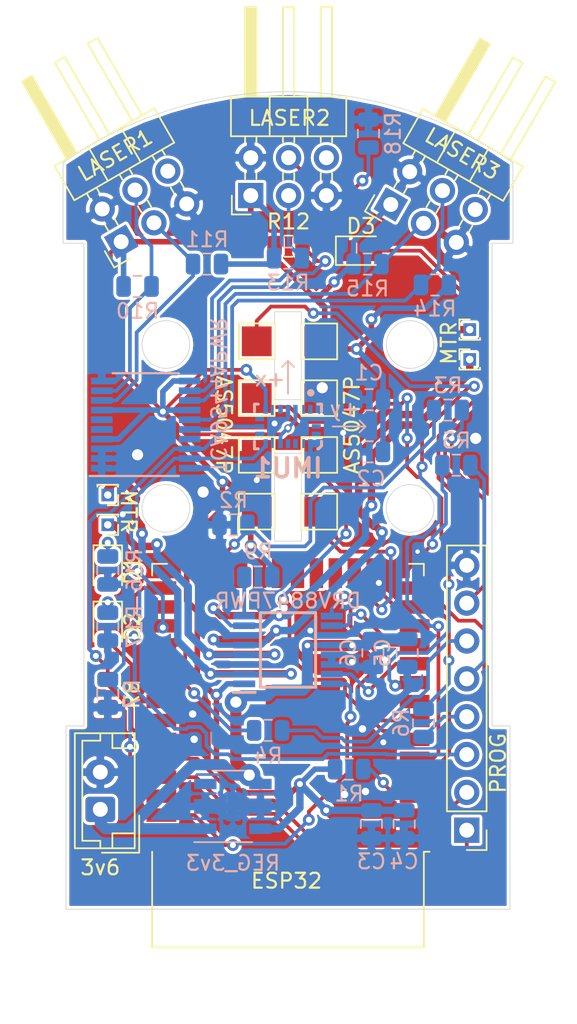
<source format=kicad_pcb>
(kicad_pcb (version 20171130) (host pcbnew "(5.1.2)-2")
  (layers (0 F.Cu signal) (31 B.Cu signal) (34 B.Paste user hide) (35 F.Paste user hide) (36 B.SilkS user) (37 F.SilkS user) (38 B.Mask user hide) (39 F.Mask user hide) (44 Edge.Cuts user))
  (net 0 "")
  (net 1 /3V3)
  (net 2 GND)
  (net 3 "Net-(IMU1-Pad19)")
  (net 4 "Net-(IMU1-Pad18)")
  (net 5 "Net-(IMU1-Pad16)")
  (net 6 "Net-(IMU1-Pad15)")
  (net 7 "Net-(IMU1-Pad14)")
  (net 8 "Net-(IMU1-Pad10)")
  (net 9 "Net-(IMU1-Pad8)")
  (net 10 "Net-(IMU1-Pad5)")
  (net 11 "Net-(IMU1-Pad2)")
  (net 12 "Net-(IMU1-Pad1)")
  (net 13 /VBAT)
  (net 14 /B1)
  (net 15 /A1)
  (net 16 /B2)
  (net 17 /A2)
  (net 18 /IO23)
  (net 19 /IO22)
  (net 20 /TX)
  (net 21 /RX)
  (net 22 /IO21)
  (net 23 "Net-(ESP32-Pad32)")
  (net 24 /IO19)
  (net 25 /IO18)
  (net 26 /IO5)
  (net 27 /MTCK)
  (net 28 /IO16)
  (net 29 /IO4)
  (net 30 /IO0)
  (net 31 /IO2)
  (net 32 /MTDO)
  (net 33 /SDI)
  (net 34 /SDO)
  (net 35 /SCK)
  (net 36 /SCS)
  (net 37 /SWP)
  (net 38 /SHD)
  (net 39 /IO13)
  (net 40 /MTDI)
  (net 41 /MTMS)
  (net 42 /IO27)
  (net 43 /IO26)
  (net 44 /IO25)
  (net 45 /IO33)
  (net 46 /IO32)
  (net 47 /EN)
  (net 48 /H-FAULT)
  (net 49 /MTR_2A)
  (net 50 /MTR_2B)
  (net 51 /MTR_1B)
  (net 52 /MTR_1A)
  (net 53 /INT1)
  (net 54 /SC1)
  (net 55 /SD1)
  (net 56 /INT2)
  (net 57 /SC2)
  (net 58 /SD2)
  (net 59 /INT3)
  (net 60 /SC3)
  (net 61 /SD3)
  (net 62 "Net-(MPLEX1-Pad17)")
  (net 63 "Net-(MPLEX1-Pad6)")
  (net 64 "Net-(MPLEX1-Pad5)")
  (net 65 "Net-(R3-Pad1)")
  (net 66 "Net-(R4-Pad1)")
  (net 67 "Net-(R5-Pad1)")
  (net 68 "Net-(R6-Pad1)")
  (net 69 "Net-(REG_3v3-Pad3)")
  (net 70 "Net-(D1-Pad1)")
  (net 71 "Net-(D2-Pad1)")
  (net 72 "Net-(D3-Pad1)")
  (module Connector_PinHeader_2.54mm:PinHeader_2x03_P2.54mm_Horizontal (layer F.Cu) (at 140.1 75.9 60)
    (fp_text reference LASER3 (at 5.344486 2.456922 150) (layer F.SilkS))
    (fp_text value Conn_02x03_Odd_Even)
    (pad 6 thru_hole oval (at 2.54 5.08 60) (size 1.7 1.7) (drill 1) (layers *.Cu *.Mask) (net 59 /INT3))
    (pad 5 thru_hole oval (at 0 5.08 60) (size 1.7 1.7) (drill 1) (layers *.Cu *.Mask) (net 2 GND))
    (pad 4 thru_hole oval (at 2.54 2.54 60) (size 1.7 1.7) (drill 1) (layers *.Cu *.Mask) (net 60 /SC3))
    (pad 3 thru_hole oval (at 0 2.54 60) (size 1.7 1.7) (drill 1) (layers *.Cu *.Mask) (net 61 /SD3))
    (pad 2 thru_hole oval (at 2.54 0 60) (size 1.7 1.7) (drill 1) (layers *.Cu *.Mask) (net 2 GND))
    (pad 1 thru_hole rect (at 0 0 60) (size 1.7 1.7) (drill 1) (layers *.Cu *.Mask) (net 1 /3V3))
  )
  (module Connector_PinHeader_2.54mm:PinHeader_2x03_P2.54mm_Horizontal (layer F.Cu) (at 130.7 75.3 90)
    (fp_text reference LASER2 (at 5.2 2.6 180) (layer F.SilkS))
    (fp_text value Conn_02x03_Odd_Even)
    (pad 6 thru_hole oval (at 2.54 5.08 90) (size 1.7 1.7) (drill 1) (layers *.Cu *.Mask) (net 56 /INT2))
    (pad 5 thru_hole oval (at 0 5.08 90) (size 1.7 1.7) (drill 1) (layers *.Cu *.Mask) (net 2 GND))
    (pad 4 thru_hole oval (at 2.54 2.54 90) (size 1.7 1.7) (drill 1) (layers *.Cu *.Mask) (net 57 /SC2))
    (pad 3 thru_hole oval (at 0 2.54 90) (size 1.7 1.7) (drill 1) (layers *.Cu *.Mask) (net 58 /SD2))
    (pad 2 thru_hole oval (at 2.54 0 90) (size 1.7 1.7) (drill 1) (layers *.Cu *.Mask) (net 2 GND))
    (pad 1 thru_hole rect (at 0 0 90) (size 1.7 1.7) (drill 1) (layers *.Cu *.Mask) (net 1 /3V3))
  )
  (module Connector_PinHeader_2.54mm:PinHeader_2x03_P2.54mm_Horizontal (layer F.Cu) (at 122 78.4 120)
    (fp_text reference LASER1 (at 5.222947 2.55359 210) (layer F.SilkS))
    (fp_text value Conn_02x03_Odd_Even)
    (pad 1 thru_hole rect (at 0 0 120) (size 1.7 1.7) (drill 1) (layers *.Cu *.Mask) (net 1 /3V3))
    (pad 2 thru_hole oval (at 2.54 0 120) (size 1.7 1.7) (drill 1) (layers *.Cu *.Mask) (net 2 GND))
    (pad 3 thru_hole oval (at 0 2.54 120) (size 1.7 1.7) (drill 1) (layers *.Cu *.Mask) (net 55 /SD1))
    (pad 4 thru_hole oval (at 2.54 2.54 120) (size 1.7 1.7) (drill 1) (layers *.Cu *.Mask) (net 54 /SC1))
    (pad 5 thru_hole oval (at 0 5.08 120) (size 1.7 1.7) (drill 1) (layers *.Cu *.Mask) (net 2 GND))
    (pad 6 thru_hole oval (at 2.54 5.08 120) (size 1.7 1.7) (drill 1) (layers *.Cu *.Mask) (net 53 /INT1))
  )
  (module Resistor_SMD:R_0805_2012Metric (layer B.Cu) (at 138.6 71.1375 90)
    (fp_text reference R18 (at 0 1.65 90) (layer B.SilkS) (effects (justify mirror)))
    (fp_text value 470)
    (pad 2 smd roundrect (at 0.9375 0 90) (size 0.975 1.4) (layers B.Cu B.Paste B.Mask) (net 2 GND))
    (pad 1 smd roundrect (at -0.9375 0 90) (size 0.975 1.4) (layers B.Cu B.Paste B.Mask) (net 72 "Net-(D3-Pad1)"))
  )
  (module Resistor_SMD:R_0805_2012Metric (layer B.Cu) (at 121.1 104.2375 270)
    (fp_text reference R17 (at 0 -1.8 90) (layer B.SilkS) (effects (justify mirror)))
    (fp_text value 470)
    (pad 2 smd roundrect (at 0.9375 0 270) (size 0.975 1.4) (layers B.Cu B.Paste B.Mask) (net 2 GND))
    (pad 1 smd roundrect (at -0.9375 0 270) (size 0.975 1.4) (layers B.Cu B.Paste B.Mask) (net 71 "Net-(D2-Pad1)"))
  )
  (module Resistor_SMD:R_0805_2012Metric (layer B.Cu) (at 121.1 100.4625 270)
    (fp_text reference R16 (at 0 -1.8 90) (layer B.SilkS) (effects (justify mirror)))
    (fp_text value 470)
    (pad 2 smd roundrect (at 0.9375 0 270) (size 0.975 1.4) (layers B.Cu B.Paste B.Mask) (net 2 GND))
    (pad 1 smd roundrect (at -0.9375 0 270) (size 0.975 1.4) (layers B.Cu B.Paste B.Mask) (net 70 "Net-(D1-Pad1)"))
  )
  (module Diode_SMD:D_0805_2012Metric (layer F.Cu) (at 138.1 79)
    (fp_text reference D3 (at 0 -1.65) (layer F.SilkS))
    (fp_text value LED)
    (pad 2 smd roundrect (at 0.9375 0) (size 0.975 1.4) (layers F.Cu F.Paste F.Mask) (net 45 /IO33))
    (pad 1 smd roundrect (at -0.9375 0) (size 0.975 1.4) (layers F.Cu F.Paste F.Mask) (net 72 "Net-(D3-Pad1)"))
  )
  (module Diode_SMD:D_0805_2012Metric (layer F.Cu) (at 121.1 104.2375 270)
    (fp_text reference D2 (at 0 -1.65 90) (layer F.SilkS))
    (fp_text value LED)
    (pad 2 smd roundrect (at 0.9375 0 270) (size 0.975 1.4) (layers F.Cu F.Paste F.Mask) (net 24 /IO19))
    (pad 1 smd roundrect (at -0.9375 0 270) (size 0.975 1.4) (layers F.Cu F.Paste F.Mask) (net 71 "Net-(D2-Pad1)"))
  )
  (module Diode_SMD:D_0805_2012Metric (layer F.Cu) (at 121.1 100.4625 270)
    (fp_text reference D1 (at 0 -1.65 90) (layer F.SilkS))
    (fp_text value LED)
    (pad 2 smd roundrect (at 0.9375 0 270) (size 0.975 1.4) (layers F.Cu F.Paste F.Mask) (net 28 /IO16))
    (pad 1 smd roundrect (at -0.9375 0 270) (size 0.975 1.4) (layers F.Cu F.Paste F.Mask) (net 70 "Net-(D1-Pad1)"))
  )
  (module RF_Module:ESP32-WROOM-32 (layer F.Cu) (at 133.2 109.9 180)
    (fp_text reference ESP32 (at 0.1 -11.4 180) (layer F.SilkS))
    (fp_text value ESP32-WROOM-32D)
    (pad 38 smd rect (at 8.5 -8.255 180) (size 2 0.9) (layers F.Cu F.Paste F.Mask) (net 2 GND))
    (pad 37 smd rect (at 8.5 -6.985 180) (size 2 0.9) (layers F.Cu F.Paste F.Mask) (net 18 /IO23))
    (pad 36 smd rect (at 8.5 -5.715 180) (size 2 0.9) (layers F.Cu F.Paste F.Mask) (net 19 /IO22))
    (pad 35 smd rect (at 8.5 -4.445 180) (size 2 0.9) (layers F.Cu F.Paste F.Mask) (net 20 /TX))
    (pad 34 smd rect (at 8.5 -3.175 180) (size 2 0.9) (layers F.Cu F.Paste F.Mask) (net 21 /RX))
    (pad 33 smd rect (at 8.5 -1.905 180) (size 2 0.9) (layers F.Cu F.Paste F.Mask) (net 22 /IO21))
    (pad 32 smd rect (at 8.5 -0.635 180) (size 2 0.9) (layers F.Cu F.Paste F.Mask) (net 23 "Net-(ESP32-Pad32)"))
    (pad 31 smd rect (at 8.5 0.635 180) (size 2 0.9) (layers F.Cu F.Paste F.Mask) (net 24 /IO19))
    (pad 30 smd rect (at 8.5 1.905 180) (size 2 0.9) (layers F.Cu F.Paste F.Mask) (net 25 /IO18))
    (pad 29 smd rect (at 8.5 3.175 180) (size 2 0.9) (layers F.Cu F.Paste F.Mask) (net 26 /IO5))
    (pad 28 smd rect (at 8.5 4.445 180) (size 2 0.9) (layers F.Cu F.Paste F.Mask) (net 27 /MTCK))
    (pad 27 smd rect (at 8.5 5.715 180) (size 2 0.9) (layers F.Cu F.Paste F.Mask) (net 28 /IO16))
    (pad 26 smd rect (at 8.5 6.985 180) (size 2 0.9) (layers F.Cu F.Paste F.Mask) (net 29 /IO4))
    (pad 25 smd rect (at 8.5 8.255 180) (size 2 0.9) (layers F.Cu F.Paste F.Mask) (net 30 /IO0))
    (pad 24 smd rect (at 5.715 9.255 270) (size 2 0.9) (layers F.Cu F.Paste F.Mask) (net 31 /IO2))
    (pad 23 smd rect (at 4.445 9.255 270) (size 2 0.9) (layers F.Cu F.Paste F.Mask) (net 32 /MTDO))
    (pad 22 smd rect (at 3.175 9.255 270) (size 2 0.9) (layers F.Cu F.Paste F.Mask) (net 33 /SDI))
    (pad 21 smd rect (at 1.905 9.255 270) (size 2 0.9) (layers F.Cu F.Paste F.Mask) (net 34 /SDO))
    (pad 20 smd rect (at 0.635 9.255 270) (size 2 0.9) (layers F.Cu F.Paste F.Mask) (net 35 /SCK))
    (pad 19 smd rect (at -0.635 9.255 270) (size 2 0.9) (layers F.Cu F.Paste F.Mask) (net 36 /SCS))
    (pad 18 smd rect (at -1.905 9.255 270) (size 2 0.9) (layers F.Cu F.Paste F.Mask) (net 37 /SWP))
    (pad 17 smd rect (at -3.175 9.255 270) (size 2 0.9) (layers F.Cu F.Paste F.Mask) (net 38 /SHD))
    (pad 16 smd rect (at -4.445 9.255 270) (size 2 0.9) (layers F.Cu F.Paste F.Mask) (net 39 /IO13))
    (pad 15 smd rect (at -5.715 9.255 270) (size 2 0.9) (layers F.Cu F.Paste F.Mask) (net 2 GND))
    (pad 14 smd rect (at -8.5 8.255 180) (size 2 0.9) (layers F.Cu F.Paste F.Mask) (net 40 /MTDI))
    (pad 13 smd rect (at -8.5 6.985 180) (size 2 0.9) (layers F.Cu F.Paste F.Mask) (net 41 /MTMS))
    (pad 12 smd rect (at -8.5 5.715 180) (size 2 0.9) (layers F.Cu F.Paste F.Mask) (net 42 /IO27))
    (pad 11 smd rect (at -8.5 4.445 180) (size 2 0.9) (layers F.Cu F.Paste F.Mask) (net 43 /IO26))
    (pad 10 smd rect (at -8.5 3.175 180) (size 2 0.9) (layers F.Cu F.Paste F.Mask) (net 44 /IO25))
    (pad 9 smd rect (at -8.5 1.905 180) (size 2 0.9) (layers F.Cu F.Paste F.Mask) (net 45 /IO33))
    (pad 8 smd rect (at -8.5 0.635 180) (size 2 0.9) (layers F.Cu F.Paste F.Mask) (net 46 /IO32))
    (pad 7 smd rect (at -8.5 -0.635 180) (size 2 0.9) (layers F.Cu F.Paste F.Mask) (net 16 /B2))
    (pad 6 smd rect (at -8.5 -1.905 180) (size 2 0.9) (layers F.Cu F.Paste F.Mask) (net 17 /A2))
    (pad 5 smd rect (at -8.5 -3.175 180) (size 2 0.9) (layers F.Cu F.Paste F.Mask) (net 14 /B1))
    (pad 4 smd rect (at -8.5 -4.445 180) (size 2 0.9) (layers F.Cu F.Paste F.Mask) (net 15 /A1))
    (pad 3 smd rect (at -8.5 -5.715 180) (size 2 0.9) (layers F.Cu F.Paste F.Mask) (net 47 /EN))
    (pad 2 smd rect (at -8.5 -6.985 180) (size 2 0.9) (layers F.Cu F.Paste F.Mask) (net 1 /3V3))
    (pad 1 smd rect (at -8.5 -8.255 180) (size 2 0.9) (layers F.Cu F.Paste F.Mask) (net 2 GND))
    (pad 39 smd rect (at -1 -0.755 180) (size 5 5) (layers F.Cu F.Paste F.Mask))
  )
  (module Connector_PinHeader_2.54mm:PinHeader_1x08_P2.54mm_Vertical (layer F.Cu) (at 145.2 117.9 180)
    (fp_text reference UART_PROG1 hide)
    (fp_text value Conn_01x08)
    (pad 8 thru_hole oval (at 0 17.78 180) (size 1.7 1.7) (drill 1) (layers *.Cu *.Mask) (net 2 GND))
    (pad 7 thru_hole oval (at 0 15.24 180) (size 1.7 1.7) (drill 1) (layers *.Cu *.Mask) (net 65 "Net-(R3-Pad1)"))
    (pad 6 thru_hole oval (at 0 12.7 180) (size 1.7 1.7) (drill 1) (layers *.Cu *.Mask) (net 66 "Net-(R4-Pad1)"))
    (pad 5 thru_hole oval (at 0 10.16 180) (size 1.7 1.7) (drill 1) (layers *.Cu *.Mask) (net 67 "Net-(R5-Pad1)"))
    (pad 4 thru_hole oval (at 0 7.62 180) (size 1.7 1.7) (drill 1) (layers *.Cu *.Mask) (net 68 "Net-(R6-Pad1)"))
    (pad 3 thru_hole oval (at 0 5.08 180) (size 1.7 1.7) (drill 1) (layers *.Cu *.Mask) (net 30 /IO0))
    (pad 2 thru_hole oval (at 0 2.54 180) (size 1.7 1.7) (drill 1) (layers *.Cu *.Mask) (net 21 /RX))
    (pad 1 thru_hole rect (at 0 0 180) (size 1.7 1.7) (drill 1) (layers *.Cu *.Mask) (net 20 /TX))
  )
  (module Connector_PinHeader_1.00mm:PinHeader_1x01_P1.00mm_Vertical (layer F.Cu) (at 145.4 84.3)
    (fp_text reference MTR_2B1 hide)
    (fp_text value Conn_01x01 hide)
    (pad 1 thru_hole rect (at 0 0) (size 0.85 0.85) (drill 0.5) (layers *.Cu *.Mask) (net 50 /MTR_2B))
  )
  (module Connector_PinHeader_1.00mm:PinHeader_1x01_P1.00mm_Vertical (layer F.Cu) (at 145.4 86.3)
    (fp_text reference MTR_2A1 hide)
    (fp_text value Conn_01x01 hide)
    (pad 1 thru_hole rect (at 0 0) (size 0.85 0.85) (drill 0.5) (layers *.Cu *.Mask) (net 49 /MTR_2A))
  )
  (module Connector_PinHeader_1.00mm:PinHeader_1x01_P1.00mm_Vertical (layer F.Cu) (at 121.1 97.4 180)
    (fp_text reference MTR_1B1 hide)
    (fp_text value Conn_01x01 hide)
    (pad 1 thru_hole rect (at 0 0 180) (size 0.85 0.85) (drill 0.5) (layers *.Cu *.Mask) (net 51 /MTR_1B))
  )
  (module Connector_PinHeader_1.00mm:PinHeader_1x01_P1.00mm_Vertical (layer F.Cu) (at 121.1 95.4 180)
    (fp_text reference MTR_1A1 hide)
    (fp_text value Conn_01x01 hide)
    (pad 1 thru_hole rect (at 0 0 180) (size 0.85 0.85) (drill 0.5) (layers *.Cu *.Mask) (net 52 /MTR_1A))
  )
  (module Package_TO_SOT_SMD:SOT-89-5 (layer B.Cu) (at 129.5 116.3)
    (fp_text reference REG_3v3 (at 0 3.8) (layer B.SilkS) (effects (justify mirror)))
    (fp_text value S-1170B33UC-OTSTFG)
    (pad 2 smd rect (at 0 0 90) (size 2 0.8) (layers B.Cu B.Paste B.Mask) (net 2 GND))
    (pad 2 smd trapezoid (at -0.775 0 270) (size 1.5 0.75) (rect_delta 0 -0.5) (layers B.Cu B.Paste B.Mask) (net 2 GND))
    (pad 2 smd rect (at 1.85 0 90) (size 1 1.5) (layers B.Cu B.Paste B.Mask) (net 2 GND))
    (pad 3 smd rect (at -1.85 -1.5 90) (size 0.7 1.5) (layers B.Cu B.Paste B.Mask) (net 69 "Net-(REG_3v3-Pad3)"))
    (pad 2 smd rect (at -1.85 0 90) (size 1 1.5) (layers B.Cu B.Paste B.Mask) (net 2 GND))
    (pad 1 smd rect (at -1.85 1.5 90) (size 0.7 1.5) (layers B.Cu B.Paste B.Mask) (net 13 /VBAT))
    (pad 4 smd rect (at 1.85 -1.5 90) (size 0.7 1.5) (layers B.Cu B.Paste B.Mask) (net 13 /VBAT))
    (pad 5 smd rect (at 1.85 1.5 90) (size 0.7 1.5) (layers B.Cu B.Paste B.Mask) (net 1 /3V3))
    (pad 2 smd trapezoid (at 0.775 0 90) (size 1.5 0.75) (rect_delta 0 -0.5) (layers B.Cu B.Paste B.Mask) (net 2 GND))
  )
  (module Resistor_SMD:R_0805_2012Metric (layer B.Cu) (at 138.5375 79.9)
    (fp_text reference R15 (at 0 1.65) (layer B.SilkS) (effects (justify mirror)))
    (fp_text value 4k7)
    (pad 2 smd roundrect (at 0.9375 0) (size 0.975 1.4) (layers B.Cu B.Paste B.Mask) (net 61 /SD3))
    (pad 1 smd roundrect (at -0.9375 0) (size 0.975 1.4) (layers B.Cu B.Paste B.Mask) (net 1 /3V3))
  )
  (module Resistor_SMD:R_0805_2012Metric (layer B.Cu) (at 143.0625 81.3 180)
    (fp_text reference R14 (at 0 -1.6) (layer B.SilkS) (effects (justify mirror)))
    (fp_text value 4k7)
    (pad 2 smd roundrect (at 0.9375 0 180) (size 0.975 1.4) (layers B.Cu B.Paste B.Mask) (net 60 /SC3))
    (pad 1 smd roundrect (at -0.9375 0 180) (size 0.975 1.4) (layers B.Cu B.Paste B.Mask) (net 1 /3V3))
  )
  (module Resistor_SMD:R_0805_2012Metric (layer B.Cu) (at 133.2 79.5)
    (fp_text reference R13 (at 0 1.65) (layer B.SilkS) (effects (justify mirror)))
    (fp_text value 4k7)
    (pad 2 smd roundrect (at 0.9375 0) (size 0.975 1.4) (layers B.Cu B.Paste B.Mask) (net 58 /SD2))
    (pad 1 smd roundrect (at -0.9375 0) (size 0.975 1.4) (layers B.Cu B.Paste B.Mask) (net 1 /3V3))
  )
  (module Resistor_SMD:R_0805_2012Metric (layer F.Cu) (at 133.2375 78.7)
    (fp_text reference R12 (at 0 -1.65) (layer F.SilkS))
    (fp_text value 4k7)
    (pad 2 smd roundrect (at 0.9375 0) (size 0.975 1.4) (layers F.Cu F.Paste F.Mask) (net 57 /SC2))
    (pad 1 smd roundrect (at -0.9375 0) (size 0.975 1.4) (layers F.Cu F.Paste F.Mask) (net 1 /3V3))
  )
  (module Resistor_SMD:R_0805_2012Metric (layer B.Cu) (at 127.7625 79.9 180)
    (fp_text reference R11 (at 0 1.65) (layer B.SilkS) (effects (justify mirror)))
    (fp_text value 4k7)
    (pad 2 smd roundrect (at 0.9375 0 180) (size 0.975 1.4) (layers B.Cu B.Paste B.Mask) (net 55 /SD1))
    (pad 1 smd roundrect (at -0.9375 0 180) (size 0.975 1.4) (layers B.Cu B.Paste B.Mask) (net 1 /3V3))
  )
  (module Resistor_SMD:R_0805_2012Metric (layer B.Cu) (at 123.1 81.4)
    (fp_text reference R10 (at 0 1.65 180) (layer B.SilkS) (effects (justify mirror)))
    (fp_text value 4k7)
    (pad 2 smd roundrect (at 0.9375 0) (size 0.975 1.4) (layers B.Cu B.Paste B.Mask) (net 54 /SC1))
    (pad 1 smd roundrect (at -0.9375 0) (size 0.975 1.4) (layers B.Cu B.Paste B.Mask) (net 1 /3V3))
  )
  (module Resistor_SMD:R_0805_2012Metric (layer B.Cu) (at 131.2 100.9)
    (fp_text reference R9 (at 0 -1.7) (layer B.SilkS) (effects (justify mirror)))
    (fp_text value 10k)
    (pad 2 smd roundrect (at 0.9375 0) (size 0.975 1.4) (layers B.Cu B.Paste B.Mask) (net 1 /3V3))
    (pad 1 smd roundrect (at -0.9375 0) (size 0.975 1.4) (layers B.Cu B.Paste B.Mask) (net 48 /H-FAULT))
  )
  (module Resistor_SMD:R_0805_2012Metric (layer F.Cu) (at 121.1 108.7 90)
    (fp_text reference R8 (at -0.1 1.6 90) (layer F.SilkS))
    (fp_text value 4k7)
    (pad 2 smd roundrect (at 0.9375 0 90) (size 0.975 1.4) (layers F.Cu F.Paste F.Mask) (net 22 /IO21))
    (pad 1 smd roundrect (at -0.9375 0 90) (size 0.975 1.4) (layers F.Cu F.Paste F.Mask) (net 2 GND))
  )
  (module Resistor_SMD:R_0805_2012Metric (layer B.Cu) (at 121.1 108.7375 90)
    (fp_text reference R7 (at 0 1.65 90) (layer B.SilkS) (effects (justify mirror)))
    (fp_text value 4k7)
    (pad 2 smd roundrect (at 0.9375 0 90) (size 0.975 1.4) (layers B.Cu B.Paste B.Mask) (net 19 /IO22))
    (pad 1 smd roundrect (at -0.9375 0 90) (size 0.975 1.4) (layers B.Cu B.Paste B.Mask) (net 2 GND))
  )
  (module Resistor_SMD:R_0805_2012Metric (layer B.Cu) (at 142.3 110.7 90)
    (fp_text reference R6 (at 0 -1.5 90) (layer B.SilkS) (effects (justify mirror)))
    (fp_text value 100)
    (pad 2 smd roundrect (at 0.9375 0 90) (size 0.975 1.4) (layers B.Cu B.Paste B.Mask) (net 41 /MTMS))
    (pad 1 smd roundrect (at -0.9375 0 90) (size 0.975 1.4) (layers B.Cu B.Paste B.Mask) (net 68 "Net-(R6-Pad1)"))
  )
  (module Resistor_SMD:R_0805_2012Metric (layer B.Cu) (at 144.5 93.4 180)
    (fp_text reference R5 (at 0 1.65) (layer B.SilkS) (effects (justify mirror)))
    (fp_text value 100)
    (pad 2 smd roundrect (at 0.9375 0 180) (size 0.975 1.4) (layers B.Cu B.Paste B.Mask) (net 40 /MTDI))
    (pad 1 smd roundrect (at -0.9375 0 180) (size 0.975 1.4) (layers B.Cu B.Paste B.Mask) (net 67 "Net-(R5-Pad1)"))
  )
  (module Resistor_SMD:R_0805_2012Metric (layer B.Cu) (at 131.8625 111.2 180)
    (fp_text reference R4 (at 0 -1.7) (layer B.SilkS) (effects (justify mirror)))
    (fp_text value 100)
    (pad 2 smd roundrect (at 0.9375 0 180) (size 0.975 1.4) (layers B.Cu B.Paste B.Mask) (net 27 /MTCK))
    (pad 1 smd roundrect (at -0.9375 0 180) (size 0.975 1.4) (layers B.Cu B.Paste B.Mask) (net 66 "Net-(R4-Pad1)"))
  )
  (module Resistor_SMD:R_0805_2012Metric (layer B.Cu) (at 143.9375 89.7 180)
    (fp_text reference R3 (at 0 1.65) (layer B.SilkS) (effects (justify mirror)))
    (fp_text value 100)
    (pad 2 smd roundrect (at 0.9375 0 180) (size 0.975 1.4) (layers B.Cu B.Paste B.Mask) (net 32 /MTDO))
    (pad 1 smd roundrect (at -0.9375 0 180) (size 0.975 1.4) (layers B.Cu B.Paste B.Mask) (net 65 "Net-(R3-Pad1)"))
  )
  (module Resistor_SMD:R_0805_2012Metric (layer B.Cu) (at 129.5375 97.4 180)
    (fp_text reference R2 (at 0 1.65) (layer B.SilkS) (effects (justify mirror)))
    (fp_text value 10k)
    (pad 2 smd roundrect (at 0.9375 0 180) (size 0.975 1.4) (layers B.Cu B.Paste B.Mask) (net 2 GND))
    (pad 1 smd roundrect (at -0.9375 0 180) (size 0.975 1.4) (layers B.Cu B.Paste B.Mask) (net 32 /MTDO))
  )
  (module Resistor_SMD:R_0805_2012Metric (layer B.Cu) (at 137.3 113.8)
    (fp_text reference R1 (at 0 1.65) (layer B.SilkS) (effects (justify mirror)))
    (fp_text value 10k)
    (pad 2 smd roundrect (at 0.9375 0) (size 0.975 1.4) (layers B.Cu B.Paste B.Mask) (net 47 /EN))
    (pad 1 smd roundrect (at -0.9375 0) (size 0.975 1.4) (layers B.Cu B.Paste B.Mask) (net 1 /3V3))
  )
  (module Package_SO:TSSOP-20_4.4x6.5mm_P0.65mm (layer B.Cu) (at 123.65 90.675)
    (fp_text reference MPLEX1 hide)
    (fp_text value TCA9544A)
    (pad 20 smd rect (at 2.95 2.925) (size 1.45 0.45) (layers B.Cu B.Paste B.Mask) (net 1 /3V3))
    (pad 19 smd rect (at 2.95 2.275) (size 1.45 0.45) (layers B.Cu B.Paste B.Mask) (net 19 /IO22))
    (pad 18 smd rect (at 2.95 1.625) (size 1.45 0.45) (layers B.Cu B.Paste B.Mask) (net 22 /IO21))
    (pad 17 smd rect (at 2.95 0.975) (size 1.45 0.45) (layers B.Cu B.Paste B.Mask) (net 62 "Net-(MPLEX1-Pad17)"))
    (pad 16 smd rect (at 2.95 0.325) (size 1.45 0.45) (layers B.Cu B.Paste B.Mask) (net 60 /SC3))
    (pad 15 smd rect (at 2.95 -0.325) (size 1.45 0.45) (layers B.Cu B.Paste B.Mask) (net 61 /SD3))
    (pad 14 smd rect (at 2.95 -0.975) (size 1.45 0.45) (layers B.Cu B.Paste B.Mask) (net 1 /3V3))
    (pad 13 smd rect (at 2.95 -1.625) (size 1.45 0.45) (layers B.Cu B.Paste B.Mask) (net 57 /SC2))
    (pad 12 smd rect (at 2.95 -2.275) (size 1.45 0.45) (layers B.Cu B.Paste B.Mask) (net 58 /SD2))
    (pad 11 smd rect (at 2.95 -2.925) (size 1.45 0.45) (layers B.Cu B.Paste B.Mask) (net 1 /3V3))
    (pad 10 smd rect (at -2.95 -2.925) (size 1.45 0.45) (layers B.Cu B.Paste B.Mask) (net 2 GND))
    (pad 9 smd rect (at -2.95 -2.275) (size 1.45 0.45) (layers B.Cu B.Paste B.Mask) (net 54 /SC1))
    (pad 8 smd rect (at -2.95 -1.625) (size 1.45 0.45) (layers B.Cu B.Paste B.Mask) (net 55 /SD1))
    (pad 7 smd rect (at -2.95 -0.975) (size 1.45 0.45) (layers B.Cu B.Paste B.Mask) (net 1 /3V3))
    (pad 6 smd rect (at -2.95 -0.325) (size 1.45 0.45) (layers B.Cu B.Paste B.Mask) (net 63 "Net-(MPLEX1-Pad6)"))
    (pad 5 smd rect (at -2.95 0.325) (size 1.45 0.45) (layers B.Cu B.Paste B.Mask) (net 64 "Net-(MPLEX1-Pad5)"))
    (pad 4 smd rect (at -2.95 0.975) (size 1.45 0.45) (layers B.Cu B.Paste B.Mask) (net 1 /3V3))
    (pad 3 smd rect (at -2.95 1.625) (size 1.45 0.45) (layers B.Cu B.Paste B.Mask) (net 2 GND))
    (pad 2 smd rect (at -2.95 2.275) (size 1.45 0.45) (layers B.Cu B.Paste B.Mask) (net 2 GND))
    (pad 1 smd rect (at -2.95 2.925) (size 1.45 0.45) (layers B.Cu B.Paste B.Mask) (net 2 GND))
  )
  (module Connector_JST:JST_EH_B2B-EH-A_1x02_P2.50mm_Vertical (layer F.Cu) (at 120.6 116.5 90)
    (fp_text reference JST1 hide)
    (fp_text value Conn_01x02)
    (pad 2 thru_hole oval (at 2.5 0 90) (size 1.7 2) (drill 1) (layers *.Cu *.Mask) (net 2 GND))
    (pad 1 thru_hole roundrect (at 0 0 90) (size 1.7 2) (drill 1) (layers *.Cu *.Mask) (roundrect_rratio 0.147059) (net 13 /VBAT))
  )
  (module RS_Downloads:SOP65P640X120-16N (layer B.Cu) (at 133.2 105.8)
    (fp_text reference H-Bridge1 hide)
    (fp_text value DRV8847PWR hide)
    (pad 16 smd rect (at 2.938 2.275 270) (size 0.45 1.475) (layers B.Cu B.Paste B.Mask) (net 18 /IO23))
    (pad 15 smd rect (at 2.938 1.625 270) (size 0.45 1.475) (layers B.Cu B.Paste B.Mask) (net 44 /IO25))
    (pad 14 smd rect (at 2.938 0.975 270) (size 0.45 1.475) (layers B.Cu B.Paste B.Mask) (net 2 GND))
    (pad 13 smd rect (at 2.938 0.325 270) (size 0.45 1.475) (layers B.Cu B.Paste B.Mask) (net 2 GND))
    (pad 12 smd rect (at 2.938 -0.325 270) (size 0.45 1.475) (layers B.Cu B.Paste B.Mask) (net 13 /VBAT))
    (pad 11 smd rect (at 2.938 -0.975 270) (size 0.45 1.475) (layers B.Cu B.Paste B.Mask) (net 2 GND))
    (pad 10 smd rect (at 2.938 -1.625 270) (size 0.45 1.475) (layers B.Cu B.Paste B.Mask) (net 43 /IO26))
    (pad 9 smd rect (at 2.938 -2.275 270) (size 0.45 1.475) (layers B.Cu B.Paste B.Mask) (net 42 /IO27))
    (pad 8 smd rect (at -2.938 -2.275 270) (size 0.45 1.475) (layers B.Cu B.Paste B.Mask) (net 48 /H-FAULT))
    (pad 7 smd rect (at -2.938 -1.625 270) (size 0.45 1.475) (layers B.Cu B.Paste B.Mask) (net 49 /MTR_2A))
    (pad 6 smd rect (at -2.938 -0.975 270) (size 0.45 1.475) (layers B.Cu B.Paste B.Mask) (net 2 GND))
    (pad 5 smd rect (at -2.938 -0.325 270) (size 0.45 1.475) (layers B.Cu B.Paste B.Mask) (net 50 /MTR_2B))
    (pad 4 smd rect (at -2.938 0.325 270) (size 0.45 1.475) (layers B.Cu B.Paste B.Mask) (net 51 /MTR_1B))
    (pad 3 smd rect (at -2.938 0.975 270) (size 0.45 1.475) (layers B.Cu B.Paste B.Mask) (net 2 GND))
    (pad 2 smd rect (at -2.938 1.625 270) (size 0.45 1.475) (layers B.Cu B.Paste B.Mask) (net 52 /MTR_1A))
    (pad 1 smd rect (at -2.938 2.275 270) (size 0.45 1.475) (layers B.Cu B.Paste B.Mask) (net 1 /3V3))
  )
  (module RS_Downloads:Connector_Pad_4x2.0x2.0mm (layer F.Cu) (at 135.3 90.805 270)
    (fp_text reference ENC2 hide)
    (fp_text value Conn_01x04)
    (pad 4 smd rect (at 5.715 0 270) (size 2 2) (layers F.Cu F.Mask) (net 16 /B2))
    (pad 3 smd rect (at 1.905 0 270) (size 2 2) (layers F.Cu F.Mask) (net 17 /A2))
    (pad 2 smd rect (at -1.905 0 270) (size 2 2) (layers F.Cu F.Mask) (net 2 GND))
    (pad 1 smd rect (at -5.715 0 270) (size 2 2) (layers F.Cu F.Mask) (net 1 /3V3))
  )
  (module RS_Downloads:Connector_Pad_4x2.0x2.0mm (layer F.Cu) (at 131.1 90.8 90)
    (fp_text reference ENC1 hide)
    (fp_text value Conn_01x04)
    (pad 4 smd rect (at 5.715 0 90) (size 2 2) (layers F.Cu F.Mask) (net 14 /B1))
    (pad 3 smd rect (at 1.905 0 90) (size 2 2) (layers F.Cu F.Mask) (net 15 /A1))
    (pad 2 smd rect (at -1.905 0 90) (size 2 2) (layers F.Cu F.Mask) (net 2 GND))
    (pad 1 smd rect (at -5.715 0 90) (size 2 2) (layers F.Cu F.Mask) (net 1 /3V3))
  )
  (module Capacitor_SMD:C_0805_2012Metric (layer B.Cu) (at 138.9 106 270)
    (fp_text reference C6 (at 0 1.65 90) (layer B.SilkS) (effects (justify mirror)))
    (fp_text value 10u)
    (pad 2 smd roundrect (at 0.9375 0 270) (size 0.975 1.4) (layers B.Cu B.Paste B.Mask) (net 2 GND))
    (pad 1 smd roundrect (at -0.9375 0 270) (size 0.975 1.4) (layers B.Cu B.Paste B.Mask) (net 13 /VBAT))
  )
  (module Capacitor_SMD:C_0805_2012Metric (layer B.Cu) (at 141.2 106 270)
    (fp_text reference C5 (at 0 1.65 90) (layer B.SilkS) (effects (justify mirror)))
    (fp_text value 100n)
    (pad 2 smd roundrect (at 0.9375 0 270) (size 0.975 1.4) (layers B.Cu B.Paste B.Mask) (net 2 GND))
    (pad 1 smd roundrect (at -0.9375 0 270) (size 0.975 1.4) (layers B.Cu B.Paste B.Mask) (net 13 /VBAT))
  )
  (module Capacitor_SMD:C_0805_2012Metric (layer B.Cu) (at 141 117.5 90)
    (fp_text reference C4 (at -2.5 0 180) (layer B.SilkS) (effects (justify mirror)))
    (fp_text value 10u)
    (pad 2 smd roundrect (at 0.9375 0 90) (size 0.975 1.4) (layers B.Cu B.Paste B.Mask) (net 1 /3V3))
    (pad 1 smd roundrect (at -0.9375 0 90) (size 0.975 1.4) (layers B.Cu B.Paste B.Mask) (net 2 GND))
  )
  (module Capacitor_SMD:C_0805_2012Metric (layer B.Cu) (at 138.8 117.5 90)
    (fp_text reference C3 (at -2.5 0 180) (layer B.SilkS) (effects (justify mirror)))
    (fp_text value 100n)
    (pad 2 smd roundrect (at 0.9375 0 90) (size 0.975 1.4) (layers B.Cu B.Paste B.Mask) (net 1 /3V3))
    (pad 1 smd roundrect (at -0.9375 0 90) (size 0.975 1.4) (layers B.Cu B.Paste B.Mask) (net 2 GND))
  )
  (module RS_Downloads:LGA_PACKAGE_20_PINS (layer B.Cu) (at 133.2 90.8 90)
    (fp_text reference IMU1 (at -2.8 0 180) (layer B.SilkS) (effects (font (size 1.27 1.27) (thickness 0.254)) (justify mirror)))
    (fp_text value BMX055 hide)
    (pad 20 smd rect (at 0.5 1.9 90) (size 0.3 0.6) (layers B.Cu B.Paste B.Mask) (net 2 GND))
    (pad 19 smd rect (at 0 1.9 90) (size 0.3 0.6) (layers B.Cu B.Paste B.Mask) (net 3 "Net-(IMU1-Pad19)"))
    (pad 18 smd rect (at -0.5 1.9 90) (size 0.3 0.6) (layers B.Cu B.Paste B.Mask) (net 4 "Net-(IMU1-Pad18)"))
    (pad 17 smd rect (at -1.15 1.5) (size 0.3 0.6) (layers B.Cu B.Paste B.Mask) (net 2 GND))
    (pad 16 smd rect (at -1.15 1) (size 0.3 0.6) (layers B.Cu B.Paste B.Mask) (net 5 "Net-(IMU1-Pad16)"))
    (pad 15 smd rect (at -1.15 0.5) (size 0.3 0.6) (layers B.Cu B.Paste B.Mask) (net 6 "Net-(IMU1-Pad15)"))
    (pad 14 smd rect (at -1.15 0) (size 0.3 0.6) (layers B.Cu B.Paste B.Mask) (net 7 "Net-(IMU1-Pad14)"))
    (pad 13 smd rect (at -1.15 -0.5) (size 0.3 0.6) (layers B.Cu B.Paste B.Mask) (net 1 /3V3))
    (pad 12 smd rect (at -1.15 -1) (size 0.3 0.6) (layers B.Cu B.Paste B.Mask) (net 2 GND))
    (pad 11 smd rect (at -1.15 -1.5) (size 0.3 0.6) (layers B.Cu B.Paste B.Mask) (net 19 /IO22))
    (pad 10 smd rect (at -0.5 -1.9 90) (size 0.3 0.6) (layers B.Cu B.Paste B.Mask) (net 8 "Net-(IMU1-Pad10)"))
    (pad 9 smd rect (at 0 -1.9 90) (size 0.3 0.6) (layers B.Cu B.Paste B.Mask) (net 22 /IO21))
    (pad 8 smd rect (at 0.5 -1.9 90) (size 0.3 0.6) (layers B.Cu B.Paste B.Mask) (net 9 "Net-(IMU1-Pad8)"))
    (pad 7 smd rect (at 1.15 -1.5) (size 0.3 0.6) (layers B.Cu B.Paste B.Mask) (net 1 /3V3))
    (pad 6 smd rect (at 1.15 -1) (size 0.3 0.6) (layers B.Cu B.Paste B.Mask) (net 2 GND))
    (pad 5 smd rect (at 1.15 -0.5) (size 0.3 0.6) (layers B.Cu B.Paste B.Mask) (net 10 "Net-(IMU1-Pad5)"))
    (pad 4 smd rect (at 1.15 0) (size 0.3 0.6) (layers B.Cu B.Paste B.Mask) (net 2 GND))
    (pad 3 smd rect (at 1.15 0.5) (size 0.3 0.6) (layers B.Cu B.Paste B.Mask) (net 1 /3V3))
    (pad 2 smd rect (at 1.15 1) (size 0.3 0.6) (layers B.Cu B.Paste B.Mask) (net 11 "Net-(IMU1-Pad2)"))
    (pad 1 smd rect (at 1.15 1.5) (size 0.3 0.6) (layers B.Cu B.Paste B.Mask) (net 12 "Net-(IMU1-Pad1)"))
  )
  (module Capacitor_SMD:C_0805_2012Metric (layer B.Cu) (at 138.6375 92.5 180)
    (fp_text reference C2 (at -0.1375 -1.8) (layer B.SilkS) (effects (justify mirror)))
    (fp_text value 100n)
    (pad 2 smd roundrect (at 0.9375 0 180) (size 0.975 1.4) (layers B.Cu B.Paste B.Mask) (net 2 GND))
    (pad 1 smd roundrect (at -0.9375 0 180) (size 0.975 1.4) (layers B.Cu B.Paste B.Mask) (net 1 /3V3))
  )
  (module Capacitor_SMD:C_0805_2012Metric (layer B.Cu) (at 138.6375 89)
    (fp_text reference C1 (at 0 -1.8) (layer B.SilkS) (effects (justify mirror)))
    (fp_text value 100n)
    (pad 2 smd roundrect (at 0.9375 0) (size 0.975 1.4) (layers B.Cu B.Paste B.Mask) (net 1 /3V3))
    (pad 1 smd roundrect (at -0.9375 0) (size 0.975 1.4) (layers B.Cu B.Paste B.Mask) (net 2 GND))
  )
  (gr_text TCA9544APWR (at 128.5 88.7 270) (layer B.SilkS) (effects (font (size 1 1)) (justify mirror)))
  (gr_text DRV8847PWR (at 133.2 102.5) (layer B.SilkS) (effects (font (size 1 1)) (justify mirror)))
  (gr_text AS5047P (at 137.5 90.7 90) (layer F.SilkS) (effects (font (size 1 1))))
  (gr_text AS5047P (at 128.9 90.7 270) (layer F.SilkS) (effects (font (size 1 1))))
  (gr_text 3v6 (at 120.6 120.4) (layer F.SilkS) (effects (font (size 1 1))))
  (gr_text PROG (at 147.3 113.4 90) (layer F.SilkS) (effects (font (size 1 1))))
  (gr_line (start 118.3 123.2) (end 118.3 110.9) (layer Edge.Cuts) (width 0.05))
  (gr_line (start 148.1 123.2) (end 118.3 123.2) (layer Edge.Cuts) (width 0.05))
  (gr_line (start 148.1 110.9) (end 148.1 123.2) (layer Edge.Cuts) (width 0.05))
  (gr_arc (start 133.2 94.599999) (end 148.299999 73.1) (angle -70.16269696) (layer Edge.Cuts) (width 0.05))
  (gr_line (start 148.3 78.5) (end 146.9 78.5) (layer Edge.Cuts) (width 0.05))
  (gr_line (start 148.3 73.1) (end 148.3 78.5) (layer Edge.Cuts) (width 0.05))
  (gr_line (start 118.1 78.5) (end 119.5 78.5) (layer Edge.Cuts) (width 0.05))
  (gr_line (start 118.100001 73.1) (end 118.1 78.5) (layer Edge.Cuts) (width 0.05))
  (gr_line (start 119.5 81.3) (end 119.5 78.5) (layer Edge.Cuts) (width 0.05))
  (gr_line (start 146.9 81.3) (end 146.9 78.5) (layer Edge.Cuts) (width 0.05))
  (gr_line (start 146.9 110.9) (end 146.9 100.3) (layer Edge.Cuts) (width 0.05))
  (gr_line (start 148.1 110.9) (end 146.9 110.9) (layer Edge.Cuts) (width 0.05))
  (gr_line (start 119.5 110.9) (end 118.3 110.9) (layer Edge.Cuts) (width 0.05))
  (gr_line (start 119.5 100.3) (end 119.5 110.9) (layer Edge.Cuts) (width 0.05))
  (gr_text MTR (at 122.5 96.5 270) (layer F.SilkS) (effects (font (size 1 1))))
  (gr_text MTR (at 144 85.2 90) (layer F.SilkS) (effects (font (size 1 1))))
  (gr_line (start 146.9 81.3) (end 146.9 100.3) (layer Edge.Cuts) (width 0.05))
  (gr_line (start 119.5 100.3) (end 119.5 81.3) (layer Edge.Cuts) (width 0.05))
  (gr_line (start 134.1 92.6) (end 134.1 98.5) (layer Edge.Cuts) (width 0.05))
  (gr_line (start 132.3 92.6) (end 132.3 98.5) (layer Edge.Cuts) (width 0.05))
  (gr_line (start 134.1 83.1) (end 134.1 89) (layer Edge.Cuts) (width 0.05))
  (gr_line (start 132.3 83.1) (end 132.3 89) (layer Edge.Cuts) (width 0.05))
  (gr_line (start 132.3 89) (end 134.1 89) (layer Edge.Cuts) (width 0.05))
  (gr_line (start 132.3 92.6) (end 134.1 92.6) (layer Edge.Cuts) (width 0.05))
  (gr_line (start 132.3 98.5) (end 134.1 98.5) (layer Edge.Cuts) (width 0.05))
  (gr_line (start 132.3 83.1) (end 134.1 83.1) (layer Edge.Cuts) (width 0.05))
  (gr_circle (center 125 96.3) (end 126.6 96.3) (layer Edge.Cuts) (width 0.05))
  (gr_circle (center 141.4 96.3) (end 143 96.3) (layer Edge.Cuts) (width 0.05))
  (gr_circle (center 141.4 85.3) (end 143 85.3) (layer Edge.Cuts) (width 0.05))
  (gr_circle (center 125 85.3) (end 126.6 85.3) (layer Edge.Cuts) (width 0.05))
  (gr_line (start 133.2 86.4) (end 133.6 86.8) (layer B.SilkS) (width 0.12))
  (gr_line (start 133.2 86.4) (end 132.8 86.8) (layer B.SilkS) (width 0.12))
  (gr_line (start 138.4 90.8) (end 138 90.4) (layer B.SilkS) (width 0.12))
  (gr_line (start 138 91.2) (end 138.4 90.8) (layer B.SilkS) (width 0.12))
  (gr_text +y (at 137 89.6) (layer B.SilkS) (effects (font (size 1 1)) (justify mirror)))
  (gr_text +x (at 132 87.6) (layer B.SilkS) (effects (font (size 1 1)) (justify mirror)))
  (gr_line (start 138.4 90.8) (end 136.2 90.8) (layer B.SilkS) (width 0.12))
  (gr_line (start 133.2 86.4) (end 133.2 88.6) (layer B.SilkS) (width 0.12))
  (segment (start 122.1625 78.5625) (end 122 78.4) (width 0.375) (layer B.Cu) (net 1))
  (segment (start 122.1625 81.4) (end 122.1625 78.5625) (width 0.375) (layer B.Cu) (net 1))
  (segment (start 131.8625 79.9) (end 132.2625 79.5) (width 0.375) (layer B.Cu) (net 1))
  (segment (start 128.7 79.9) (end 131.8625 79.9) (width 0.375) (layer B.Cu) (net 1))
  (segment (start 132.2625 76.8625) (end 130.7 75.3) (width 0.375) (layer B.Cu) (net 1))
  (segment (start 132.2625 79.5) (end 132.2625 76.8625) (width 0.375) (layer B.Cu) (net 1))
  (segment (start 137.6 78.4) (end 140.1 75.9) (width 0.375) (layer B.Cu) (net 1))
  (segment (start 137.6 79.9) (end 137.6 78.4) (width 0.375) (layer B.Cu) (net 1))
  (segment (start 123.081495 78.4) (end 122 78.4) (width 0.375) (layer F.Cu) (net 1))
  (segment (start 128.825 78.4) (end 123.081495 78.4) (width 0.375) (layer F.Cu) (net 1))
  (segment (start 130.7 76.525) (end 128.825 78.4) (width 0.375) (layer F.Cu) (net 1))
  (segment (start 130.7 75.3) (end 130.7 76.525) (width 0.375) (layer F.Cu) (net 1))
  (segment (start 130.7 77.1) (end 132.3 78.7) (width 0.375) (layer F.Cu) (net 1))
  (segment (start 130.7 75.3) (end 130.7 77.1) (width 0.375) (layer F.Cu) (net 1))
  (segment (start 132.3 79.5) (end 135.3 82.5) (width 0.375) (layer F.Cu) (net 1))
  (segment (start 132.3 78.7) (end 132.3 79.5) (width 0.375) (layer F.Cu) (net 1))
  (segment (start 139.575 89) (end 139.575 87.375) (width 0.375) (layer B.Cu) (net 1))
  (via (at 137.8 85.6) (size 0.8) (drill 0.4) (layers F.Cu B.Cu) (net 1))
  (segment (start 139.575 87.375) (end 137.8 85.6) (width 0.375) (layer B.Cu) (net 1))
  (segment (start 135.81 85.6) (end 135.3 85.09) (width 0.375) (layer F.Cu) (net 1))
  (segment (start 137.8 85.6) (end 135.81 85.6) (width 0.375) (layer F.Cu) (net 1))
  (segment (start 139.575 89) (end 139.575 92.5) (width 0.375) (layer B.Cu) (net 1))
  (segment (start 132.7 91.4) (end 132.7 91.95) (width 0.25) (layer B.Cu) (net 1))
  (via (at 124.8 89.8) (size 0.8) (drill 0.4) (layers F.Cu B.Cu) (net 1))
  (segment (start 124.9 89.7) (end 126.6 89.7) (width 0.375) (layer B.Cu) (net 1))
  (segment (start 124.8 89.8) (end 124.9 89.7) (width 0.375) (layer B.Cu) (net 1))
  (segment (start 124.7 89.7) (end 124.8 89.8) (width 0.375) (layer B.Cu) (net 1))
  (segment (start 123.7 89.75) (end 123.7 89.7) (width 0.375) (layer B.Cu) (net 1))
  (segment (start 121.8 91.65) (end 123.7 89.75) (width 0.375) (layer B.Cu) (net 1))
  (segment (start 120.7 91.65) (end 121.8 91.65) (width 0.375) (layer B.Cu) (net 1))
  (segment (start 120.7 89.7) (end 123.7 89.7) (width 0.375) (layer B.Cu) (net 1))
  (segment (start 123.7 89.7) (end 124.7 89.7) (width 0.375) (layer B.Cu) (net 1))
  (via (at 136.3 81.1) (size 0.75) (drill 0.375) (layers F.Cu B.Cu) (net 1))
  (segment (start 137.6 79.9) (end 137.5 79.9) (width 0.375) (layer B.Cu) (net 1))
  (segment (start 137.5 79.9) (end 136.3 81.1) (width 0.375) (layer B.Cu) (net 1))
  (segment (start 135.3 82.1) (end 135.3 82.5) (width 0.375) (layer F.Cu) (net 1))
  (segment (start 136.3 81.1) (end 135.3 82.1) (width 0.375) (layer F.Cu) (net 1))
  (segment (start 135.3 82.5) (end 135.4 82.5) (width 0.375) (layer F.Cu) (net 1))
  (segment (start 135.662501 84.727499) (end 135.3 85.09) (width 0.375) (layer F.Cu) (net 1))
  (segment (start 135.662501 82.762501) (end 135.662501 84.727499) (width 0.375) (layer F.Cu) (net 1))
  (segment (start 135.4 82.5) (end 135.662501 82.762501) (width 0.375) (layer F.Cu) (net 1))
  (via (at 138.8 83.6) (size 0.8) (drill 0.4) (layers F.Cu B.Cu) (net 1))
  (segment (start 139.537462 82.862538) (end 138.8 83.6) (width 0.375) (layer B.Cu) (net 1))
  (segment (start 144 81.3) (end 142.437462 82.862538) (width 0.375) (layer B.Cu) (net 1))
  (segment (start 142.437462 82.862538) (end 139.537462 82.862538) (width 0.375) (layer B.Cu) (net 1))
  (segment (start 138.8 84.6) (end 137.8 85.6) (width 0.375) (layer F.Cu) (net 1))
  (segment (start 138.8 83.6) (end 138.8 84.6) (width 0.375) (layer F.Cu) (net 1))
  (via (at 128.8 94.5) (size 0.8) (drill 0.4) (layers F.Cu B.Cu) (net 1))
  (segment (start 126.6 93.6) (end 127.9 93.6) (width 0.375) (layer B.Cu) (net 1))
  (segment (start 127.9 93.6) (end 128.8 94.5) (width 0.375) (layer B.Cu) (net 1))
  (segment (start 125.7 91.4) (end 125.7 90.7) (width 0.375) (layer F.Cu) (net 1))
  (segment (start 128.8 94.5) (end 125.7 91.4) (width 0.375) (layer F.Cu) (net 1))
  (segment (start 124.8 89.8) (end 125.7 90.7) (width 0.375) (layer F.Cu) (net 1))
  (segment (start 129.085 94.5) (end 131.1 96.515) (width 0.375) (layer F.Cu) (net 1))
  (segment (start 128.8 94.5) (end 129.085 94.5) (width 0.375) (layer F.Cu) (net 1))
  (segment (start 124.8 89.234315) (end 124.8 89.8) (width 0.375) (layer B.Cu) (net 1))
  (segment (start 124.8 88.45) (end 124.8 89.234315) (width 0.375) (layer B.Cu) (net 1))
  (segment (start 125.5 87.75) (end 124.8 88.45) (width 0.375) (layer B.Cu) (net 1))
  (segment (start 126.6 87.75) (end 125.5 87.75) (width 0.375) (layer B.Cu) (net 1))
  (via (at 130.7 98.8) (size 0.8) (drill 0.4) (layers F.Cu B.Cu) (net 1))
  (segment (start 132.1375 100.9) (end 132.1375 100.2375) (width 0.375) (layer B.Cu) (net 1))
  (segment (start 132.1375 100.2375) (end 130.7 98.8) (width 0.375) (layer B.Cu) (net 1))
  (segment (start 130.7 96.915) (end 131.1 96.515) (width 0.375) (layer F.Cu) (net 1))
  (segment (start 130.7 98.8) (end 130.7 96.915) (width 0.375) (layer F.Cu) (net 1))
  (segment (start 128.8 94.5) (end 128.8 96.3) (width 0.375) (layer F.Cu) (net 1))
  (segment (start 128.8 96.3) (end 126.4 98.7) (width 0.375) (layer F.Cu) (net 1))
  (segment (start 126.4 98.7) (end 126.4 102.5) (width 0.375) (layer F.Cu) (net 1))
  (via (at 128.4 108.8) (size 0.8) (drill 0.4) (layers F.Cu B.Cu) (net 1))
  (segment (start 128.234498 108.8) (end 128.4 108.8) (width 0.375) (layer F.Cu) (net 1))
  (segment (start 127.112499 107.678001) (end 128.234498 108.8) (width 0.375) (layer F.Cu) (net 1))
  (segment (start 126.4 102.5) (end 127.112499 103.212499) (width 0.375) (layer F.Cu) (net 1))
  (segment (start 127.112499 103.212499) (end 127.112499 107.678001) (width 0.375) (layer F.Cu) (net 1))
  (segment (start 129.125 108.075) (end 130.262 108.075) (width 0.375) (layer B.Cu) (net 1))
  (segment (start 128.4 108.8) (end 129.125 108.075) (width 0.375) (layer B.Cu) (net 1))
  (via (at 134 114.8) (size 0.8) (drill 0.4) (layers F.Cu B.Cu) (net 1))
  (segment (start 136.3625 113.8) (end 135 113.8) (width 0.375) (layer B.Cu) (net 1))
  (segment (start 135 113.8) (end 134 114.8) (width 0.375) (layer B.Cu) (net 1))
  (segment (start 134 115.365685) (end 134 114.8) (width 0.5) (layer B.Cu) (net 1))
  (segment (start 134 116.4) (end 134 115.365685) (width 0.5) (layer B.Cu) (net 1))
  (segment (start 132.6 117.8) (end 134 116.4) (width 0.5) (layer B.Cu) (net 1))
  (segment (start 131.35 117.8) (end 132.6 117.8) (width 0.5) (layer B.Cu) (net 1))
  (segment (start 141 116.5625) (end 138.8 116.5625) (width 0.5) (layer B.Cu) (net 1))
  (segment (start 135.7625 116.5625) (end 134 114.8) (width 0.5) (layer B.Cu) (net 1))
  (segment (start 138.8 116.5625) (end 135.7625 116.5625) (width 0.5) (layer B.Cu) (net 1))
  (segment (start 141.7 116.885) (end 136.085 116.885) (width 0.5) (layer F.Cu) (net 1))
  (via (at 135.7625 116.5625) (size 0.8) (drill 0.4) (layers F.Cu B.Cu) (net 1))
  (segment (start 136.085 116.885) (end 135.7625 116.5625) (width 0.5) (layer F.Cu) (net 1))
  (segment (start 131.7 89.65) (end 131.7 88.3) (width 0.25) (layer B.Cu) (net 1))
  (via (at 130.4 87) (size 0.8) (drill 0.4) (layers F.Cu B.Cu) (net 1))
  (segment (start 131.7 88.3) (end 130.4 87) (width 0.25) (layer B.Cu) (net 1))
  (segment (start 127.6 87) (end 124.8 89.8) (width 0.25) (layer F.Cu) (net 1))
  (segment (start 130.4 87) (end 127.6 87) (width 0.25) (layer F.Cu) (net 1))
  (segment (start 124.400001 89.400001) (end 124.8 89.8) (width 0.25) (layer F.Cu) (net 1))
  (segment (start 121.307047 86.307047) (end 124.400001 89.400001) (width 0.25) (layer F.Cu) (net 1))
  (segment (start 121.307047 79.092953) (end 121.307047 86.307047) (width 0.25) (layer F.Cu) (net 1))
  (segment (start 122 78.4) (end 121.307047 79.092953) (width 0.25) (layer F.Cu) (net 1))
  (segment (start 126.1 91.1) (end 125.7 90.7) (width 0.25) (layer F.Cu) (net 1))
  (segment (start 133.3 91) (end 133.2 91.1) (width 0.25) (layer B.Cu) (net 1))
  (via (at 133.2 90.9) (size 0.5) (drill 0.3) (layers F.Cu B.Cu) (net 1))
  (segment (start 126.325001 91.325001) (end 125.7 90.7) (width 0.25) (layer F.Cu) (net 1))
  (segment (start 132.774999 91.325001) (end 126.325001 91.325001) (width 0.25) (layer F.Cu) (net 1))
  (segment (start 133.2 90.9) (end 132.774999 91.325001) (width 0.25) (layer F.Cu) (net 1))
  (segment (start 133.7 90.4) (end 133.7 89.65) (width 0.25) (layer B.Cu) (net 1))
  (segment (start 133.2 90.9) (end 133.7 90.4) (width 0.25) (layer B.Cu) (net 1))
  (segment (start 132.7 91.4) (end 133.2 90.9) (width 0.25) (layer B.Cu) (net 1))
  (segment (start 133.4 115.4) (end 134 114.8) (width 0.375) (layer F.Cu) (net 1))
  (segment (start 132.451796 115.4) (end 133.4 115.4) (width 0.375) (layer F.Cu) (net 1))
  (segment (start 132.439286 115.38749) (end 132.451796 115.4) (width 0.375) (layer F.Cu) (net 1))
  (segment (start 130.112288 115.38749) (end 132.439286 115.38749) (width 0.375) (layer F.Cu) (net 1))
  (segment (start 128.4 108.8) (end 128.4 113.675202) (width 0.375) (layer F.Cu) (net 1))
  (segment (start 128.4 113.675202) (end 130.112288 115.38749) (width 0.375) (layer F.Cu) (net 1))
  (via (at 137.5 106.6) (size 0.75) (drill 0.4) (layers F.Cu B.Cu) (net 2))
  (via (at 139.3 101.3) (size 0.8) (drill 0.4) (layers F.Cu B.Cu) (net 2))
  (via (at 138.2 111.1) (size 1) (drill 0.5) (layers F.Cu B.Cu) (net 2))
  (via (at 135.5 88.2) (size 1.5) (drill 0.75) (layers F.Cu B.Cu) (net 2))
  (via (at 132.3 90.6) (size 0.8) (drill 0.4) (layers F.Cu B.Cu) (net 2))
  (via (at 136.9 91.225) (size 0.8) (drill 0.4) (layers F.Cu B.Cu) (net 2))
  (segment (start 134.398002 91.225) (end 136.9 91.225) (width 0.25) (layer F.Cu) (net 2))
  (segment (start 133.373003 90.200001) (end 134.398002 91.225) (width 0.25) (layer F.Cu) (net 2))
  (segment (start 132.3 90.6) (end 132.699999 90.200001) (width 0.25) (layer F.Cu) (net 2))
  (segment (start 132.699999 90.200001) (end 133.373003 90.200001) (width 0.25) (layer F.Cu) (net 2))
  (via (at 131.1 94.4) (size 0.8) (drill 0.4) (layers F.Cu B.Cu) (net 2))
  (via (at 127.5 95.2) (size 1.5) (drill 0.75) (layers F.Cu B.Cu) (net 2))
  (segment (start 128.6 97.4) (end 128.6 96.3) (width 0.5) (layer B.Cu) (net 2))
  (segment (start 128.6 96.3) (end 127.5 95.2) (width 0.5) (layer B.Cu) (net 2))
  (via (at 123.1 92.7) (size 1.5) (drill 0.75) (layers F.Cu B.Cu) (net 2))
  (segment (start 127.5 95.2) (end 125 92.7) (width 0.5) (layer F.Cu) (net 2))
  (segment (start 125 92.7) (end 123.1 92.7) (width 0.5) (layer F.Cu) (net 2))
  (via (at 141.9 99.2) (size 0.5) (drill 0.3) (layers F.Cu B.Cu) (net 2))
  (via (at 137 115.5) (size 1) (drill 0.5) (layers F.Cu B.Cu) (net 2))
  (via (at 138.4 115.3) (size 1) (drill 0.5) (layers F.Cu B.Cu) (net 2))
  (via (at 145.8 91.6) (size 1.5) (drill 0.75) (layers F.Cu B.Cu) (net 2))
  (via (at 134.7 104.5) (size 0.75) (drill 0.4) (layers F.Cu B.Cu) (net 2))
  (segment (start 136.138 104.825) (end 135.025 104.825) (width 0.375) (layer B.Cu) (net 2))
  (segment (start 135.025 104.825) (end 134.7 104.5) (width 0.375) (layer B.Cu) (net 2))
  (via (at 126.9 111.8) (size 1) (drill 0.5) (layers F.Cu B.Cu) (net 2))
  (via (at 126.8 110.1) (size 1) (drill 0.5) (layers F.Cu B.Cu) (net 2))
  (via (at 139.6 112) (size 0.75) (drill 0.4) (layers F.Cu B.Cu) (net 2))
  (via (at 122.1 96.7) (size 0.5) (drill 0.4) (layers F.Cu B.Cu) (net 2))
  (via (at 134.5 105.5) (size 0.75) (drill 0.375) (layers F.Cu B.Cu) (net 13))
  (segment (start 136.138 105.475) (end 134.525 105.475) (width 0.375) (layer B.Cu) (net 13))
  (segment (start 134.525 105.475) (end 134.5 105.5) (width 0.375) (layer B.Cu) (net 13))
  (via (at 137.5 105.5) (size 0.75) (drill 0.375) (layers F.Cu B.Cu) (net 13))
  (segment (start 136.138 105.475) (end 137.475 105.475) (width 0.375) (layer B.Cu) (net 13))
  (segment (start 137.475 105.475) (end 137.5 105.5) (width 0.375) (layer B.Cu) (net 13))
  (segment (start 138.4625 105.5) (end 138.9 105.0625) (width 0.75) (layer B.Cu) (net 13))
  (segment (start 137.5 105.5) (end 138.4625 105.5) (width 0.75) (layer B.Cu) (net 13))
  (segment (start 138.9 105.0625) (end 141.2 105.0625) (width 0.75) (layer B.Cu) (net 13))
  (segment (start 134.5 105.5) (end 137.5 105.5) (width 0.75) (layer F.Cu) (net 13))
  (via (at 130.6 114.2) (size 1.5) (drill 0.75) (layers F.Cu B.Cu) (net 13))
  (via (at 129.7 109.3) (size 1.5) (drill 0.75) (layers F.Cu B.Cu) (net 13))
  (segment (start 126.15 117.8) (end 127.65 117.8) (width 0.75) (layer B.Cu) (net 13))
  (segment (start 120.6 117.45) (end 120.95 117.8) (width 0.75) (layer B.Cu) (net 13))
  (segment (start 120.6 116.5) (end 120.6 117.45) (width 0.75) (layer B.Cu) (net 13))
  (segment (start 130.1 113.7) (end 130.6 114.2) (width 0.75) (layer F.Cu) (net 13))
  (segment (start 130.65 114.25) (end 130.6 114.2) (width 0.75) (layer B.Cu) (net 13))
  (segment (start 130.75 114.2) (end 131.35 114.8) (width 0.75) (layer B.Cu) (net 13))
  (segment (start 130.6 114.2) (end 130.75 114.2) (width 0.75) (layer B.Cu) (net 13))
  (segment (start 129.53934 114.2) (end 128.83934 113.5) (width 0.75) (layer B.Cu) (net 13))
  (segment (start 130.6 114.2) (end 129.53934 114.2) (width 0.75) (layer B.Cu) (net 13))
  (segment (start 130.124999 108.875001) (end 129.7 109.3) (width 0.75) (layer B.Cu) (net 13))
  (segment (start 131.824999 108.875001) (end 130.124999 108.875001) (width 0.75) (layer B.Cu) (net 13))
  (segment (start 132.2 108.5) (end 131.824999 108.875001) (width 0.75) (layer B.Cu) (net 13))
  (segment (start 134.208415 108.5) (end 132.2 108.5) (width 0.75) (layer B.Cu) (net 13))
  (segment (start 134.5 105.5) (end 134.5 108.208415) (width 0.75) (layer B.Cu) (net 13))
  (segment (start 134.5 108.208415) (end 134.208415 108.5) (width 0.75) (layer B.Cu) (net 13))
  (segment (start 129.7 113.3) (end 130.1 113.7) (width 0.75) (layer F.Cu) (net 13))
  (segment (start 129.7 109.3) (end 129.7 113.3) (width 0.75) (layer F.Cu) (net 13))
  (segment (start 122.514998 117.8) (end 122.3 117.8) (width 0.75) (layer B.Cu) (net 13))
  (segment (start 126.814998 113.5) (end 122.514998 117.8) (width 0.75) (layer B.Cu) (net 13))
  (segment (start 128.83934 113.5) (end 126.814998 113.5) (width 0.75) (layer B.Cu) (net 13))
  (segment (start 120.95 117.8) (end 122.3 117.8) (width 0.75) (layer B.Cu) (net 13))
  (segment (start 122.3 117.8) (end 126.15 117.8) (width 0.75) (layer B.Cu) (net 13))
  (via (at 143.3 104.2) (size 0.75) (drill 0.375) (layers F.Cu B.Cu) (net 14))
  (segment (start 143.3 112.725) (end 143.3 104.6) (width 0.25) (layer F.Cu) (net 14))
  (segment (start 141.7 113.075) (end 142.95 113.075) (width 0.25) (layer F.Cu) (net 14))
  (segment (start 142.95 113.075) (end 143.3 112.725) (width 0.25) (layer F.Cu) (net 14))
  (segment (start 141.2 98.600919) (end 141.563914 98.237005) (width 0.25) (layer B.Cu) (net 14))
  (segment (start 141.2 102.5) (end 141.2 98.600919) (width 0.25) (layer B.Cu) (net 14))
  (segment (start 141.563914 98.237005) (end 142.262995 98.237005) (width 0.25) (layer B.Cu) (net 14))
  (segment (start 143.353515 95.486632) (end 142.066883 94.2) (width 0.25) (layer B.Cu) (net 14))
  (segment (start 142.262995 98.237005) (end 143.353515 97.146485) (width 0.25) (layer B.Cu) (net 14))
  (segment (start 143.353515 97.146485) (end 143.353515 95.486632) (width 0.25) (layer B.Cu) (net 14))
  (via (at 142.2 93.5) (size 0.75) (drill 0.375) (layers F.Cu B.Cu) (net 14))
  (segment (start 142.066883 94.2) (end 142.066883 93.633117) (width 0.25) (layer B.Cu) (net 14))
  (segment (start 142.066883 93.633117) (end 142.2 93.5) (width 0.25) (layer B.Cu) (net 14))
  (via (at 145.7 88.1) (size 0.75) (drill 0.375) (layers F.Cu B.Cu) (net 14))
  (via (at 134.9 83.2) (size 0.75) (drill 0.375) (layers F.Cu B.Cu) (net 14))
  (segment (start 136.473002 83.2) (end 134.9 83.2) (width 0.25) (layer B.Cu) (net 14))
  (segment (start 141.373002 88.1) (end 136.473002 83.2) (width 0.25) (layer B.Cu) (net 14))
  (segment (start 131.1 83.835) (end 131.1 85.085) (width 0.25) (layer F.Cu) (net 14))
  (segment (start 131.1 83.705012) (end 131.1 83.835) (width 0.25) (layer F.Cu) (net 14))
  (segment (start 132.055022 82.74999) (end 131.1 83.705012) (width 0.25) (layer F.Cu) (net 14))
  (segment (start 134.344978 82.74999) (end 132.055022 82.74999) (width 0.25) (layer F.Cu) (net 14))
  (segment (start 134.794988 83.2) (end 134.344978 82.74999) (width 0.25) (layer F.Cu) (net 14))
  (segment (start 134.9 83.2) (end 134.794988 83.2) (width 0.25) (layer F.Cu) (net 14))
  (segment (start 143.3 104.6) (end 143.3 104.2) (width 0.25) (layer F.Cu) (net 14))
  (segment (start 141.2 102.63033) (end 141.2 102.5) (width 0.25) (layer B.Cu) (net 14))
  (segment (start 142.76967 104.2) (end 141.2 102.63033) (width 0.25) (layer B.Cu) (net 14))
  (segment (start 143.3 104.2) (end 142.76967 104.2) (width 0.25) (layer B.Cu) (net 14))
  (segment (start 142.2 91.9) (end 142.2 93.5) (width 0.25) (layer F.Cu) (net 14))
  (segment (start 142.2 91.3) (end 142.2 91.9) (width 0.25) (layer F.Cu) (net 14))
  (segment (start 145.7 88.1) (end 145.4 88.1) (width 0.25) (layer F.Cu) (net 14))
  (segment (start 145.4 88.1) (end 142.2 91.3) (width 0.25) (layer F.Cu) (net 14))
  (segment (start 141.373002 88.1) (end 145.7 88.1) (width 0.25) (layer B.Cu) (net 14))
  (segment (start 131.1 88.895) (end 131.705 89.5) (width 0.25) (layer F.Cu) (net 15))
  (segment (start 133.314998 89.5) (end 134.314998 90.5) (width 0.25) (layer F.Cu) (net 15))
  (segment (start 131.705 89.5) (end 133.314998 89.5) (width 0.25) (layer F.Cu) (net 15))
  (via (at 141.2 91.6) (size 0.75) (drill 0.375) (layers F.Cu B.Cu) (net 15))
  (via (at 141.2 88.9) (size 0.75) (drill 0.375) (layers F.Cu B.Cu) (net 15))
  (segment (start 141.2 91.6) (end 141.2 88.9) (width 0.25) (layer B.Cu) (net 15))
  (segment (start 140.825001 89.274999) (end 139.325001 89.274999) (width 0.25) (layer F.Cu) (net 15))
  (segment (start 141.2 88.9) (end 140.825001 89.274999) (width 0.25) (layer F.Cu) (net 15))
  (segment (start 138.1 90.5) (end 134.314998 90.5) (width 0.25) (layer F.Cu) (net 15))
  (segment (start 139.325001 89.274999) (end 138.1 90.5) (width 0.25) (layer F.Cu) (net 15))
  (segment (start 141.2 92.5) (end 141.2 91.6) (width 0.25) (layer F.Cu) (net 15))
  (segment (start 141.2 93.536002) (end 141.2 92.5) (width 0.25) (layer F.Cu) (net 15))
  (segment (start 141.863999 94.200001) (end 141.2 93.536002) (width 0.25) (layer F.Cu) (net 15))
  (segment (start 142.083443 94.200001) (end 141.863999 94.200001) (width 0.25) (layer F.Cu) (net 15))
  (segment (start 143.500001 98.263999) (end 143.500001 95.616559) (width 0.25) (layer F.Cu) (net 15))
  (segment (start 143.600001 98.363999) (end 143.500001 98.263999) (width 0.25) (layer F.Cu) (net 15))
  (segment (start 143.600001 99.036001) (end 143.600001 98.363999) (width 0.25) (layer F.Cu) (net 15))
  (segment (start 144.635999 108.915001) (end 145.764001 108.915001) (width 0.25) (layer F.Cu) (net 15))
  (segment (start 144.024999 109.526001) (end 144.635999 108.915001) (width 0.25) (layer F.Cu) (net 15))
  (segment (start 144.024999 112.785003) (end 144.024999 109.526001) (width 0.25) (layer F.Cu) (net 15))
  (segment (start 143.1 101.1) (end 142.6 100.6) (width 0.25) (layer F.Cu) (net 15))
  (segment (start 141.7 114.345) (end 142.465002 114.345) (width 0.25) (layer F.Cu) (net 15))
  (segment (start 142.465002 114.345) (end 144.024999 112.785003) (width 0.25) (layer F.Cu) (net 15))
  (segment (start 142.6 100.6) (end 142.6 100.33641) (width 0.25) (layer F.Cu) (net 15))
  (segment (start 146.375001 104.446001) (end 145.764001 103.835001) (width 0.25) (layer F.Cu) (net 15))
  (segment (start 143.1 102.299002) (end 143.1 101.1) (width 0.25) (layer F.Cu) (net 15))
  (segment (start 146.375001 108.304001) (end 146.375001 104.446001) (width 0.25) (layer F.Cu) (net 15))
  (segment (start 145.764001 103.835001) (end 144.635999 103.835001) (width 0.25) (layer F.Cu) (net 15))
  (segment (start 144.635999 103.835001) (end 143.1 102.299002) (width 0.25) (layer F.Cu) (net 15))
  (segment (start 142.6 100.33641) (end 142.95001 99.9864) (width 0.25) (layer F.Cu) (net 15))
  (segment (start 145.764001 108.915001) (end 146.375001 108.304001) (width 0.25) (layer F.Cu) (net 15))
  (segment (start 142.95001 99.685992) (end 143.600001 99.036001) (width 0.25) (layer F.Cu) (net 15))
  (segment (start 143.500001 95.616559) (end 142.083443 94.200001) (width 0.25) (layer F.Cu) (net 15))
  (segment (start 142.95001 99.9864) (end 142.95001 99.685992) (width 0.25) (layer F.Cu) (net 15))
  (via (at 139.5 103.1) (size 0.75) (drill 0.375) (layers F.Cu B.Cu) (net 16))
  (via (at 140.1 99.2) (size 0.75) (drill 0.375) (layers F.Cu B.Cu) (net 16))
  (segment (start 139.56967 99.2) (end 140.1 99.2) (width 0.25) (layer F.Cu) (net 16))
  (segment (start 136.73 99.2) (end 139.56967 99.2) (width 0.25) (layer F.Cu) (net 16))
  (segment (start 135.3 97.77) (end 136.73 99.2) (width 0.25) (layer F.Cu) (net 16))
  (segment (start 135.3 96.52) (end 135.3 97.77) (width 0.25) (layer F.Cu) (net 16))
  (segment (start 139.498998 110.535) (end 141.7 110.535) (width 0.25) (layer F.Cu) (net 16))
  (segment (start 137.899999 108.936001) (end 139.498998 110.535) (width 0.25) (layer F.Cu) (net 16))
  (segment (start 137.899999 108.263999) (end 137.899999 108.936001) (width 0.25) (layer F.Cu) (net 16))
  (segment (start 139.363998 106.8) (end 137.899999 108.263999) (width 0.25) (layer F.Cu) (net 16))
  (segment (start 139.363998 106.163998) (end 139.363998 106.8) (width 0.25) (layer F.Cu) (net 16))
  (segment (start 139.05001 102.65001) (end 137.64999 102.65001) (width 0.25) (layer F.Cu) (net 16))
  (segment (start 137.64999 102.65001) (end 137.399999 102.900001) (width 0.25) (layer F.Cu) (net 16))
  (segment (start 137.399999 102.900001) (end 137.399999 104.199999) (width 0.25) (layer F.Cu) (net 16))
  (segment (start 137.399999 104.199999) (end 139.363998 106.163998) (width 0.25) (layer F.Cu) (net 16))
  (segment (start 139.05001 102.65001) (end 139.5 103.1) (width 0.25) (layer F.Cu) (net 16))
  (segment (start 140.1 102.3) (end 140.1 99.2) (width 0.25) (layer B.Cu) (net 16))
  (segment (start 139.5 103.1) (end 139.5 102.9) (width 0.25) (layer B.Cu) (net 16))
  (segment (start 139.5 102.9) (end 140.1 102.3) (width 0.25) (layer B.Cu) (net 16))
  (via (at 137.1 98) (size 0.75) (drill 0.375) (layers F.Cu B.Cu) (net 17))
  (segment (start 137.1 95.76) (end 137.1 98) (width 0.25) (layer F.Cu) (net 17))
  (segment (start 135.3 92.71) (end 135.3 93.96) (width 0.25) (layer F.Cu) (net 17))
  (segment (start 135.3 93.96) (end 137.1 95.76) (width 0.25) (layer F.Cu) (net 17))
  (via (at 132.9 102.4) (size 0.75) (drill 0.375) (layers F.Cu B.Cu) (net 17))
  (segment (start 132.9 102.2) (end 132.9 102.4) (width 0.25) (layer B.Cu) (net 17))
  (segment (start 137.1 98) (end 132.9 102.2) (width 0.25) (layer B.Cu) (net 17))
  (segment (start 133.748001 106.674999) (end 133.748001 106.648001) (width 0.25) (layer F.Cu) (net 17))
  (segment (start 137.025001 108.697413) (end 137.025001 107.894999) (width 0.25) (layer F.Cu) (net 17))
  (segment (start 137.025001 107.894999) (end 136.930002 107.8) (width 0.25) (layer F.Cu) (net 17))
  (segment (start 136.930002 107.8) (end 134.873002 107.8) (width 0.25) (layer F.Cu) (net 17))
  (segment (start 134.873002 107.8) (end 133.748001 106.674999) (width 0.25) (layer F.Cu) (net 17))
  (segment (start 133.300001 106.226999) (end 133.748001 106.674999) (width 0.25) (layer F.Cu) (net 17))
  (segment (start 133.300001 102.800001) (end 133.300001 106.226999) (width 0.25) (layer F.Cu) (net 17))
  (segment (start 132.9 102.4) (end 133.300001 102.800001) (width 0.25) (layer F.Cu) (net 17))
  (segment (start 139.563794 111.236206) (end 137.025001 108.697413) (width 0.25) (layer F.Cu) (net 17))
  (segment (start 141.7 111.805) (end 140.805 111.805) (width 0.25) (layer F.Cu) (net 17))
  (segment (start 140.236206 111.236206) (end 139.563794 111.236206) (width 0.25) (layer F.Cu) (net 17))
  (segment (start 140.805 111.805) (end 140.236206 111.236206) (width 0.25) (layer F.Cu) (net 17))
  (via (at 137.4 110.275) (size 0.8) (drill 0.4) (layers F.Cu B.Cu) (net 18))
  (segment (start 137.4 108.3495) (end 137.4 110.275) (width 0.25) (layer B.Cu) (net 18))
  (segment (start 136.138 108.075) (end 137.1255 108.075) (width 0.25) (layer B.Cu) (net 18))
  (segment (start 137.1255 108.075) (end 137.4 108.3495) (width 0.25) (layer B.Cu) (net 18))
  (via (at 134.6 117.2) (size 0.8) (drill 0.4) (layers F.Cu B.Cu) (net 18))
  (segment (start 134.6 116.651998) (end 134.6 117.2) (width 0.25) (layer F.Cu) (net 18))
  (via (at 129.5 118.9) (size 0.8) (drill 0.4) (layers F.Cu B.Cu) (net 18))
  (segment (start 129.6 118.8) (end 129.5 118.9) (width 0.25) (layer B.Cu) (net 18))
  (segment (start 134.6 117.2) (end 133 118.8) (width 0.25) (layer B.Cu) (net 18))
  (segment (start 133 118.8) (end 129.6 118.8) (width 0.25) (layer B.Cu) (net 18))
  (segment (start 125.95 116.885) (end 124.7 116.885) (width 0.25) (layer F.Cu) (net 18))
  (segment (start 126.919315 116.885) (end 125.95 116.885) (width 0.25) (layer F.Cu) (net 18))
  (segment (start 128.934315 118.9) (end 126.919315 116.885) (width 0.25) (layer F.Cu) (net 18))
  (segment (start 129.5 118.9) (end 128.934315 118.9) (width 0.25) (layer F.Cu) (net 18))
  (segment (start 137.4 110.275) (end 137.4 110.5) (width 0.25) (layer F.Cu) (net 18))
  (segment (start 137.175999 110.724001) (end 137.175999 114.075999) (width 0.25) (layer F.Cu) (net 18))
  (segment (start 137.4 110.5) (end 137.175999 110.724001) (width 0.25) (layer F.Cu) (net 18))
  (segment (start 137.175999 114.075999) (end 134.6 116.651998) (width 0.25) (layer F.Cu) (net 18))
  (segment (start 127.575 92.95) (end 126.6 92.95) (width 0.25) (layer B.Cu) (net 19))
  (segment (start 130.85 92.95) (end 127.575 92.95) (width 0.25) (layer B.Cu) (net 19))
  (segment (start 131.7 92.1) (end 130.85 92.95) (width 0.25) (layer B.Cu) (net 19))
  (segment (start 131.7 91.95) (end 131.7 92.1) (width 0.25) (layer B.Cu) (net 19))
  (segment (start 121.1 107.8) (end 122.6 109.3) (width 0.25) (layer B.Cu) (net 19))
  (via (at 122.6 112.3) (size 0.8) (drill 0.4) (layers F.Cu B.Cu) (net 19))
  (segment (start 122.6 109.3) (end 122.6 112.3) (width 0.25) (layer B.Cu) (net 19))
  (segment (start 123.45 115.615) (end 124.7 115.615) (width 0.25) (layer F.Cu) (net 19))
  (segment (start 122.6 114.765) (end 123.45 115.615) (width 0.25) (layer F.Cu) (net 19))
  (segment (start 122.6 112.3) (end 122.6 114.765) (width 0.25) (layer F.Cu) (net 19))
  (segment (start 126.6 92.95) (end 125.567255 92.95) (width 0.25) (layer B.Cu) (net 19))
  (segment (start 123.04999 97.27299) (end 123.04999 95.467266) (width 0.25) (layer B.Cu) (net 19))
  (segment (start 123.226998 103.5) (end 123.226998 101.7) (width 0.25) (layer B.Cu) (net 19))
  (segment (start 122.674999 98.348001) (end 122.674999 97.651999) (width 0.25) (layer B.Cu) (net 19))
  (segment (start 122.174999 104.551999) (end 123.226998 103.5) (width 0.25) (layer B.Cu) (net 19))
  (segment (start 122.174999 106.725001) (end 122.174999 104.551999) (width 0.25) (layer B.Cu) (net 19))
  (segment (start 121.1 107.8) (end 122.174999 106.725001) (width 0.25) (layer B.Cu) (net 19))
  (segment (start 122.374999 100.151999) (end 122.575021 99.951977) (width 0.25) (layer B.Cu) (net 19))
  (segment (start 125.567255 92.95) (end 123.058628 95.458628) (width 0.25) (layer B.Cu) (net 19))
  (segment (start 123.226998 101.7) (end 122.374999 100.848001) (width 0.25) (layer B.Cu) (net 19))
  (segment (start 122.374999 100.848001) (end 122.374999 100.151999) (width 0.25) (layer B.Cu) (net 19))
  (segment (start 122.575021 99.924979) (end 122.8 99.7) (width 0.25) (layer B.Cu) (net 19))
  (segment (start 122.8 98.473002) (end 122.674999 98.348001) (width 0.25) (layer B.Cu) (net 19))
  (segment (start 122.575021 99.951977) (end 122.575021 99.924979) (width 0.25) (layer B.Cu) (net 19))
  (segment (start 122.8 99.7) (end 122.8 98.473002) (width 0.25) (layer B.Cu) (net 19))
  (segment (start 123.051999 97.274999) (end 123.04999 97.27299) (width 0.25) (layer B.Cu) (net 19))
  (segment (start 122.674999 97.651999) (end 123.051999 97.274999) (width 0.25) (layer B.Cu) (net 19))
  (segment (start 145.2 119) (end 144 120.2) (width 0.25) (layer F.Cu) (net 20))
  (segment (start 145.2 117.9) (end 145.2 119) (width 0.25) (layer F.Cu) (net 20))
  (segment (start 144 120.2) (end 135.7 120.2) (width 0.25) (layer F.Cu) (net 20))
  (segment (start 135.7 120.2) (end 132.3 116.8) (width 0.25) (layer F.Cu) (net 20))
  (segment (start 132.3 116.8) (end 129.5 116.8) (width 0.25) (layer F.Cu) (net 20))
  (segment (start 127.045 114.345) (end 124.7 114.345) (width 0.25) (layer F.Cu) (net 20))
  (segment (start 129.5 116.8) (end 127.045 114.345) (width 0.25) (layer F.Cu) (net 20))
  (segment (start 125.975 113.1) (end 125.95 113.075) (width 0.25) (layer F.Cu) (net 21))
  (segment (start 127.1 113.1) (end 125.975 113.1) (width 0.25) (layer F.Cu) (net 21))
  (segment (start 129.9 115.9) (end 127.1 113.1) (width 0.25) (layer F.Cu) (net 21))
  (segment (start 145.2 115.36) (end 144.024999 116.535001) (width 0.25) (layer F.Cu) (net 21))
  (segment (start 125.95 113.075) (end 124.7 113.075) (width 0.25) (layer F.Cu) (net 21))
  (segment (start 144.024999 116.535001) (end 144.024999 117.865003) (width 0.25) (layer F.Cu) (net 21))
  (segment (start 144.024999 117.865003) (end 142.490002 119.4) (width 0.25) (layer F.Cu) (net 21))
  (segment (start 142.490002 119.4) (end 135.726998 119.4) (width 0.25) (layer F.Cu) (net 21))
  (segment (start 135.726998 119.4) (end 132.226998 115.9) (width 0.25) (layer F.Cu) (net 21))
  (segment (start 132.226998 115.9) (end 129.9 115.9) (width 0.25) (layer F.Cu) (net 21))
  (segment (start 130.75 90.8) (end 131.3 90.8) (width 0.25) (layer B.Cu) (net 22))
  (segment (start 129.075 90.8) (end 130.75 90.8) (width 0.25) (layer B.Cu) (net 22))
  (segment (start 127.575 92.3) (end 129.075 90.8) (width 0.25) (layer B.Cu) (net 22))
  (segment (start 126.6 92.3) (end 127.575 92.3) (width 0.25) (layer B.Cu) (net 22))
  (via (at 120.3 106.2) (size 0.8) (drill 0.4) (layers F.Cu B.Cu) (net 22))
  (segment (start 121.1 108.13315) (end 122.7 109.73315) (width 0.25) (layer F.Cu) (net 22))
  (segment (start 121.1 107.7625) (end 121.1 108.13315) (width 0.25) (layer F.Cu) (net 22))
  (segment (start 123.45 111.805) (end 124.7 111.805) (width 0.25) (layer F.Cu) (net 22))
  (segment (start 122.7 111.055) (end 123.45 111.805) (width 0.25) (layer F.Cu) (net 22))
  (segment (start 122.7 109.73315) (end 122.7 111.055) (width 0.25) (layer F.Cu) (net 22))
  (segment (start 121.1 107) (end 120.3 106.2) (width 0.25) (layer F.Cu) (net 22))
  (segment (start 121.1 107.7625) (end 121.1 107) (width 0.25) (layer F.Cu) (net 22))
  (segment (start 126.6 92.3) (end 125.580845 92.3) (width 0.25) (layer B.Cu) (net 22))
  (segment (start 125.580845 92.3) (end 122.125011 95.755834) (width 0.25) (layer B.Cu) (net 22))
  (segment (start 119.900001 105.800001) (end 120.3 106.2) (width 0.25) (layer B.Cu) (net 22))
  (segment (start 119.900001 97.164997) (end 119.900001 105.800001) (width 0.25) (layer B.Cu) (net 22))
  (segment (start 120.414999 96.649999) (end 119.900001 97.164997) (width 0.25) (layer B.Cu) (net 22))
  (segment (start 121.230846 96.649999) (end 122.125011 95.755834) (width 0.25) (layer B.Cu) (net 22))
  (segment (start 120.414999 96.649999) (end 121.230846 96.649999) (width 0.25) (layer B.Cu) (net 22))
  (segment (start 121.1 105.175) (end 122.7 106.775) (width 0.25) (layer F.Cu) (net 24))
  (segment (start 123.45 109.265) (end 124.7 109.265) (width 0.25) (layer F.Cu) (net 24))
  (segment (start 122.7 108.515) (end 123.45 109.265) (width 0.25) (layer F.Cu) (net 24))
  (segment (start 122.7 106.775) (end 122.7 108.515) (width 0.25) (layer F.Cu) (net 24))
  (segment (start 126.3 108.1) (end 126.9 108.7) (width 0.25) (layer F.Cu) (net 27))
  (segment (start 126.3 105.8) (end 126.3 108.1) (width 0.25) (layer F.Cu) (net 27))
  (segment (start 125.955 105.455) (end 126.3 105.8) (width 0.25) (layer F.Cu) (net 27))
  (segment (start 124.7 105.455) (end 125.955 105.455) (width 0.25) (layer F.Cu) (net 27))
  (via (at 126.9 108.7) (size 0.8) (drill 0.4) (layers F.Cu B.Cu) (net 27))
  (segment (start 129.4 111.2) (end 126.9 108.7) (width 0.25) (layer B.Cu) (net 27))
  (segment (start 130.925 111.2) (end 129.4 111.2) (width 0.25) (layer B.Cu) (net 27))
  (via (at 124.8 104.3) (size 0.8) (drill 0.4) (layers F.Cu B.Cu) (net 28))
  (via (at 123.1 100.5) (size 0.8) (drill 0.4) (layers F.Cu B.Cu) (net 28))
  (segment (start 124.8 104.3) (end 124.8 102.2) (width 0.25) (layer B.Cu) (net 28))
  (segment (start 124.8 102.2) (end 123.1 100.5) (width 0.25) (layer B.Cu) (net 28))
  (segment (start 122 100.5) (end 121.1 101.4) (width 0.25) (layer F.Cu) (net 28))
  (segment (start 123.1 100.5) (end 122 100.5) (width 0.25) (layer F.Cu) (net 28))
  (via (at 122.9 104.9) (size 0.8) (drill 0.4) (layers F.Cu B.Cu) (net 30))
  (segment (start 123.45 101.645) (end 124.7 101.645) (width 0.25) (layer F.Cu) (net 30))
  (segment (start 122.9 102.195) (end 123.45 101.645) (width 0.25) (layer F.Cu) (net 30))
  (segment (start 122.9 104.9) (end 122.9 102.195) (width 0.25) (layer F.Cu) (net 30))
  (segment (start 145.2 112.82) (end 139.82 112.82) (width 0.25) (layer B.Cu) (net 30))
  (segment (start 135.54999 113.124999) (end 135.54999 113.10816) (width 0.25) (layer B.Cu) (net 30))
  (segment (start 129.524999 113.124999) (end 135.54999 113.124999) (width 0.25) (layer B.Cu) (net 30))
  (segment (start 135.88316 112.77499) (end 139.77499 112.77499) (width 0.25) (layer B.Cu) (net 30))
  (segment (start 129.19999 112.79999) (end 129.524999 113.124999) (width 0.25) (layer B.Cu) (net 30))
  (segment (start 128.29999 112.79999) (end 129.19999 112.79999) (width 0.25) (layer B.Cu) (net 30))
  (segment (start 127.725001 111.403999) (end 127.725001 112.225001) (width 0.25) (layer B.Cu) (net 30))
  (segment (start 127.725001 112.225001) (end 128.29999 112.79999) (width 0.25) (layer B.Cu) (net 30))
  (segment (start 122.9 104.9) (end 122.9 108.4) (width 0.25) (layer B.Cu) (net 30))
  (segment (start 122.9 108.4) (end 125.6 111.1) (width 0.25) (layer B.Cu) (net 30))
  (segment (start 125.6 111.1) (end 126.378998 111.1) (width 0.25) (layer B.Cu) (net 30))
  (segment (start 126.378998 111.1) (end 126.503999 110.974999) (width 0.25) (layer B.Cu) (net 30))
  (segment (start 135.54999 113.10816) (end 135.88316 112.77499) (width 0.25) (layer B.Cu) (net 30))
  (segment (start 126.503999 110.974999) (end 127.296001 110.974999) (width 0.25) (layer B.Cu) (net 30))
  (segment (start 139.77499 112.77499) (end 139.82 112.82) (width 0.25) (layer B.Cu) (net 30))
  (segment (start 127.296001 110.974999) (end 127.725001 111.403999) (width 0.25) (layer B.Cu) (net 30))
  (segment (start 143 89.7) (end 143 91.5) (width 0.25) (layer B.Cu) (net 32))
  (segment (start 143 91.5) (end 139.6 94.9) (width 0.25) (layer B.Cu) (net 32))
  (via (at 129.6 98.7) (size 0.75) (drill 0.375) (layers F.Cu B.Cu) (net 32))
  (segment (start 130.475 97.4) (end 130.475 97.825) (width 0.25) (layer B.Cu) (net 32))
  (segment (start 130.475 97.825) (end 129.6 98.7) (width 0.25) (layer B.Cu) (net 32))
  (segment (start 128.755 99.545) (end 128.755 100.645) (width 0.25) (layer F.Cu) (net 32))
  (segment (start 129.6 98.7) (end 128.755 99.545) (width 0.25) (layer F.Cu) (net 32))
  (segment (start 135.6 94.9) (end 139.6 94.9) (width 0.25) (layer B.Cu) (net 32))
  (segment (start 134.7 95.8) (end 135.6 94.9) (width 0.25) (layer B.Cu) (net 32))
  (segment (start 134.7 98.494988) (end 134.7 95.8) (width 0.25) (layer B.Cu) (net 32))
  (segment (start 134.344978 98.85001) (end 134.7 98.494988) (width 0.25) (layer B.Cu) (net 32))
  (segment (start 130.475 97.4) (end 131.92501 98.85001) (width 0.25) (layer B.Cu) (net 32))
  (segment (start 131.92501 98.85001) (end 134.344978 98.85001) (width 0.25) (layer B.Cu) (net 32))
  (via (at 142.9 98.7) (size 0.75) (drill 0.375) (layers F.Cu B.Cu) (net 40))
  (segment (start 141.7 101.645) (end 141.7 100.6) (width 0.25) (layer F.Cu) (net 40))
  (segment (start 143.5625 95.059207) (end 143.803525 95.300232) (width 0.25) (layer B.Cu) (net 40))
  (segment (start 143.5625 93.4) (end 143.5625 95.059207) (width 0.25) (layer B.Cu) (net 40))
  (segment (start 142.9 98.7) (end 142.9 98.23641) (width 0.25) (layer B.Cu) (net 40))
  (segment (start 143.803525 97.332885) (end 143.803525 97.196475) (width 0.25) (layer B.Cu) (net 40))
  (segment (start 142.9 98.23641) (end 143.803525 97.332885) (width 0.25) (layer B.Cu) (net 40))
  (segment (start 143.803525 95.300232) (end 143.803525 97.196475) (width 0.25) (layer B.Cu) (net 40))
  (segment (start 142.9 98.7) (end 142.5 99.1) (width 0.25) (layer F.Cu) (net 40))
  (segment (start 142.5 99.1) (end 142.5 99.8) (width 0.25) (layer F.Cu) (net 40))
  (segment (start 141.7 100.6) (end 142.5 99.8) (width 0.25) (layer F.Cu) (net 40))
  (via (at 144 106.5) (size 0.75) (drill 0.375) (layers F.Cu B.Cu) (net 41))
  (segment (start 144 108.0625) (end 144 106.5) (width 0.25) (layer B.Cu) (net 41))
  (segment (start 142.3 109.7625) (end 144 108.0625) (width 0.25) (layer B.Cu) (net 41))
  (segment (start 144 103.965) (end 144 106.5) (width 0.25) (layer F.Cu) (net 41))
  (segment (start 144 103.835412) (end 144 103.965) (width 0.25) (layer F.Cu) (net 41))
  (segment (start 141.7 102.915) (end 143.079588 102.915) (width 0.25) (layer F.Cu) (net 41))
  (segment (start 143.079588 102.915) (end 144 103.835412) (width 0.25) (layer F.Cu) (net 41))
  (segment (start 136.138 103.05) (end 136.138 103.525) (width 0.25) (layer B.Cu) (net 42))
  (segment (start 136.588 102.6) (end 136.138 103.05) (width 0.25) (layer B.Cu) (net 42))
  (via (at 137 102.2) (size 0.75) (drill 0.375) (layers F.Cu B.Cu) (net 42))
  (segment (start 136.588 102.6) (end 136.6 102.6) (width 0.25) (layer B.Cu) (net 42))
  (segment (start 136.6 102.6) (end 137 102.2) (width 0.25) (layer B.Cu) (net 42))
  (segment (start 137 102.2) (end 137.53033 102.2) (width 0.25) (layer F.Cu) (net 42))
  (segment (start 137.53033 102.2) (end 138.465 102.2) (width 0.25) (layer F.Cu) (net 42))
  (segment (start 138.465 102.2) (end 139.7 102.2) (width 0.25) (layer F.Cu) (net 42))
  (segment (start 139.7 102.2) (end 140.3 102.8) (width 0.25) (layer F.Cu) (net 42))
  (segment (start 140.45 104.185) (end 141.7 104.185) (width 0.25) (layer F.Cu) (net 42))
  (segment (start 140.3 104.035) (end 140.45 104.185) (width 0.25) (layer F.Cu) (net 42))
  (segment (start 140.3 102.8) (end 140.3 104.035) (width 0.25) (layer F.Cu) (net 42))
  (via (at 138.1 103.4) (size 0.75) (drill 0.375) (layers F.Cu B.Cu) (net 43))
  (segment (start 140.45 105.455) (end 141.7 105.455) (width 0.25) (layer F.Cu) (net 43))
  (segment (start 140.28533 105.455) (end 140.45 105.455) (width 0.25) (layer F.Cu) (net 43))
  (segment (start 137.1255 104.175) (end 137.3 104.0005) (width 0.25) (layer B.Cu) (net 43))
  (segment (start 136.138 104.175) (end 137.1255 104.175) (width 0.25) (layer B.Cu) (net 43))
  (segment (start 137.3 104.0005) (end 137.3 103.5) (width 0.25) (layer B.Cu) (net 43))
  (segment (start 137.4 103.4) (end 138.1 103.4) (width 0.25) (layer B.Cu) (net 43))
  (segment (start 137.3 103.5) (end 137.4 103.4) (width 0.25) (layer B.Cu) (net 43))
  (segment (start 140.155 105.455) (end 141.7 105.455) (width 0.25) (layer F.Cu) (net 43))
  (segment (start 138.1 103.4) (end 140.155 105.455) (width 0.25) (layer F.Cu) (net 43))
  (via (at 138.6 108.6) (size 0.75) (drill 0.375) (layers F.Cu B.Cu) (net 44))
  (segment (start 138.6 108.575) (end 138.6 108.6) (width 0.25) (layer F.Cu) (net 44))
  (segment (start 141.7 106.725) (end 140.45 106.725) (width 0.25) (layer F.Cu) (net 44))
  (segment (start 140.45 106.725) (end 138.6 108.575) (width 0.25) (layer F.Cu) (net 44))
  (segment (start 137.425 107.425) (end 136.138 107.425) (width 0.25) (layer B.Cu) (net 44))
  (segment (start 138.6 108.6) (end 137.425 107.425) (width 0.25) (layer B.Cu) (net 44))
  (via (at 140.4 108.2) (size 0.8) (drill 0.4) (layers F.Cu B.Cu) (net 45))
  (segment (start 141.7 107.995) (end 140.605 107.995) (width 0.25) (layer F.Cu) (net 45))
  (segment (start 140.605 107.995) (end 140.4 108.2) (width 0.25) (layer F.Cu) (net 45))
  (segment (start 140.000001 107.800001) (end 140.000001 106.633149) (width 0.25) (layer B.Cu) (net 45))
  (segment (start 140.4 108.2) (end 140.000001 107.800001) (width 0.25) (layer B.Cu) (net 45))
  (segment (start 140.000001 106.633149) (end 140.63315 106) (width 0.25) (layer B.Cu) (net 45))
  (segment (start 140.63315 106) (end 142.536002 106) (width 0.25) (layer B.Cu) (net 45))
  (segment (start 142.536002 106) (end 144 104.536002) (width 0.25) (layer B.Cu) (net 45))
  (segment (start 144 104.536002) (end 144 101.5) (width 0.25) (layer B.Cu) (net 45))
  (segment (start 144 101.5) (end 144 101.4) (width 0.25) (layer B.Cu) (net 45))
  (via (at 144 101.4) (size 0.75) (drill 0.4) (layers F.Cu B.Cu) (net 45))
  (segment (start 144 100.86967) (end 144 101.4) (width 0.25) (layer F.Cu) (net 45))
  (segment (start 144.5 95.465685) (end 144.5 99.080998) (width 0.25) (layer F.Cu) (net 45))
  (segment (start 143.3 94.265685) (end 144.5 95.465685) (width 0.25) (layer F.Cu) (net 45))
  (segment (start 142.1 79) (end 146.400001 83.300001) (width 0.25) (layer F.Cu) (net 45))
  (segment (start 144 99.580998) (end 144 100.86967) (width 0.25) (layer F.Cu) (net 45))
  (segment (start 139.0375 79) (end 142.1 79) (width 0.25) (layer F.Cu) (net 45))
  (segment (start 146.400001 83.300001) (end 146.400001 88.436001) (width 0.25) (layer F.Cu) (net 45))
  (segment (start 146.400001 88.436001) (end 146.036001 88.800001) (width 0.25) (layer F.Cu) (net 45))
  (segment (start 144.5 99.080998) (end 144 99.580998) (width 0.25) (layer F.Cu) (net 45))
  (segment (start 146.036001 88.800001) (end 145.963997 88.800001) (width 0.25) (layer F.Cu) (net 45))
  (segment (start 143.3 91.463998) (end 143.3 94.265685) (width 0.25) (layer F.Cu) (net 45))
  (segment (start 145.963997 88.800001) (end 143.3 91.463998) (width 0.25) (layer F.Cu) (net 45))
  (via (at 139.6 114.7) (size 0.75) (drill 0.375) (layers F.Cu B.Cu) (net 47))
  (segment (start 138.2375 113.8) (end 138.7 113.8) (width 0.25) (layer B.Cu) (net 47))
  (segment (start 138.7 113.8) (end 139.6 114.7) (width 0.25) (layer B.Cu) (net 47))
  (segment (start 139.6 114.765) (end 139.6 114.7) (width 0.25) (layer F.Cu) (net 47))
  (segment (start 140.45 115.615) (end 139.6 114.765) (width 0.25) (layer F.Cu) (net 47))
  (segment (start 141.7 115.615) (end 140.45 115.615) (width 0.25) (layer F.Cu) (net 47))
  (segment (start 130.262 100.9005) (end 130.2625 100.9) (width 0.25) (layer B.Cu) (net 48))
  (segment (start 130.262 103.525) (end 130.262 100.9005) (width 0.25) (layer B.Cu) (net 48))
  (segment (start 130.262 104.175) (end 131.325 104.175) (width 0.25) (layer B.Cu) (net 49))
  (via (at 128.2 103) (size 0.8) (drill 0.4) (layers F.Cu B.Cu) (net 49))
  (segment (start 129.375 104.175) (end 130.262 104.175) (width 0.25) (layer B.Cu) (net 49))
  (segment (start 128.2 103) (end 129.375 104.175) (width 0.25) (layer B.Cu) (net 49))
  (via (at 138.8 96.1) (size 0.8) (drill 0.4) (layers F.Cu B.Cu) (net 49))
  (via (at 132.6 103.5) (size 0.75) (drill 0.375) (layers F.Cu B.Cu) (net 49))
  (segment (start 132.234498 103.5) (end 132.6 103.5) (width 0.375) (layer B.Cu) (net 49))
  (segment (start 130.262 104.175) (end 131.559498 104.175) (width 0.375) (layer B.Cu) (net 49))
  (segment (start 131.559498 104.175) (end 132.234498 103.5) (width 0.375) (layer B.Cu) (net 49))
  (segment (start 128.7 103.5) (end 128.2 103) (width 0.5) (layer F.Cu) (net 49))
  (segment (start 132.6 103.5) (end 128.7 103.5) (width 0.5) (layer F.Cu) (net 49))
  (segment (start 138.405019 96.494981) (end 138.8 96.1) (width 0.5) (layer B.Cu) (net 49))
  (segment (start 138.405019 98.225311) (end 138.405019 96.494981) (width 0.5) (layer B.Cu) (net 49))
  (segment (start 133.13033 103.5) (end 138.405019 98.225311) (width 0.5) (layer B.Cu) (net 49))
  (segment (start 132.6 103.5) (end 133.13033 103.5) (width 0.5) (layer B.Cu) (net 49))
  (segment (start 138.8 92.778998) (end 138.8 96.1) (width 0.5) (layer F.Cu) (net 49))
  (segment (start 140.878988 90.70001) (end 138.8 92.778998) (width 0.5) (layer F.Cu) (net 49))
  (segment (start 141.92499 90.70001) (end 140.878988 90.70001) (width 0.5) (layer F.Cu) (net 49))
  (segment (start 145.4 87.225) (end 141.92499 90.70001) (width 0.5) (layer F.Cu) (net 49))
  (segment (start 145.4 86.3) (end 145.4 87.225) (width 0.5) (layer F.Cu) (net 49))
  (via (at 128.2 105.1) (size 0.8) (drill 0.4) (layers F.Cu B.Cu) (net 50))
  (via (at 132.4 104.5) (size 0.8) (drill 0.4) (layers F.Cu B.Cu) (net 50))
  (via (at 139.5 97.9) (size 0.8) (drill 0.4) (layers F.Cu B.Cu) (net 50))
  (segment (start 144.1 87.535038) (end 144.1 84.675) (width 0.5) (layer F.Cu) (net 50))
  (segment (start 144.475 84.3) (end 145.4 84.3) (width 0.5) (layer F.Cu) (net 50))
  (segment (start 144.1 84.675) (end 144.475 84.3) (width 0.5) (layer F.Cu) (net 50))
  (segment (start 139.100001 97.500001) (end 138.941999 97.500001) (width 0.5) (layer F.Cu) (net 50))
  (segment (start 141.635038 90) (end 144.1 87.535038) (width 0.5) (layer F.Cu) (net 50))
  (segment (start 139.5 97.9) (end 139.100001 97.500001) (width 0.5) (layer F.Cu) (net 50))
  (segment (start 138.941999 97.500001) (end 137.949999 96.508001) (width 0.5) (layer F.Cu) (net 50))
  (segment (start 137.949999 96.508001) (end 137.949999 92.639037) (width 0.5) (layer F.Cu) (net 50))
  (segment (start 137.949999 92.639037) (end 140.589036 90) (width 0.5) (layer F.Cu) (net 50))
  (segment (start 140.589036 90) (end 141.635038 90) (width 0.5) (layer F.Cu) (net 50))
  (segment (start 131.425 105.475) (end 132.4 104.5) (width 0.375) (layer B.Cu) (net 50))
  (segment (start 130.262 105.475) (end 131.425 105.475) (width 0.375) (layer B.Cu) (net 50))
  (segment (start 128.575 105.475) (end 130.262 105.475) (width 0.375) (layer B.Cu) (net 50))
  (segment (start 128.2 105.1) (end 128.575 105.475) (width 0.375) (layer B.Cu) (net 50))
  (segment (start 131.8 105.1) (end 132.4 104.5) (width 0.5) (layer F.Cu) (net 50))
  (segment (start 128.2 105.1) (end 131.8 105.1) (width 0.5) (layer F.Cu) (net 50))
  (segment (start 133.478998 104.5) (end 132.4 104.5) (width 0.5) (layer B.Cu) (net 50))
  (segment (start 139.5 97.9) (end 139.5 98.478998) (width 0.5) (layer B.Cu) (net 50))
  (segment (start 139.5 98.478998) (end 133.478998 104.5) (width 0.5) (layer B.Cu) (net 50))
  (via (at 124.4 98.7) (size 0.8) (drill 0.4) (layers F.Cu B.Cu) (net 51))
  (segment (start 125.3 100.365685) (end 126.5 101.565685) (width 0.5) (layer B.Cu) (net 51))
  (segment (start 126.5 101.565685) (end 126.5 104.7) (width 0.5) (layer B.Cu) (net 51))
  (via (at 132.3 106.1) (size 0.8) (drill 0.4) (layers F.Cu B.Cu) (net 51))
  (via (at 127.9 106.1) (size 0.8) (drill 0.4) (layers F.Cu B.Cu) (net 51))
  (segment (start 132.3 106.1) (end 127.9 106.1) (width 0.5) (layer F.Cu) (net 51))
  (segment (start 127.9 106.1) (end 126.5 104.7) (width 0.5) (layer B.Cu) (net 51))
  (segment (start 127.925 106.125) (end 127.9 106.1) (width 0.375) (layer B.Cu) (net 51))
  (segment (start 130.262 106.125) (end 127.925 106.125) (width 0.375) (layer B.Cu) (net 51))
  (segment (start 132.275 106.125) (end 132.3 106.1) (width 0.375) (layer B.Cu) (net 51))
  (segment (start 130.262 106.125) (end 132.275 106.125) (width 0.375) (layer B.Cu) (net 51))
  (segment (start 126.5 104.7) (end 126.5 101.565686) (width 0.5) (layer B.Cu) (net 51))
  (segment (start 124.4 99.465686) (end 126.5 101.565686) (width 0.5) (layer B.Cu) (net 51))
  (segment (start 124.4 98.7) (end 124.4 99.465686) (width 0.5) (layer B.Cu) (net 51))
  (segment (start 121.541998 97.4) (end 121.1 97.4) (width 0.5) (layer F.Cu) (net 51))
  (segment (start 122.991999 98.850001) (end 121.541998 97.4) (width 0.5) (layer F.Cu) (net 51))
  (segment (start 124.249998 98.850001) (end 122.991999 98.850001) (width 0.5) (layer F.Cu) (net 51))
  (segment (start 124.4 98.7) (end 124.249998 98.850001) (width 0.5) (layer F.Cu) (net 51))
  (via (at 123.4 98) (size 0.8) (drill 0.4) (layers F.Cu B.Cu) (net 52))
  (via (at 128 107.4) (size 0.8) (drill 0.4) (layers F.Cu B.Cu) (net 52))
  (segment (start 125.86249 105.26249) (end 128 107.4) (width 0.375) (layer B.Cu) (net 52))
  (via (at 133.4 107.4) (size 0.8) (drill 0.4) (layers F.Cu B.Cu) (net 52))
  (segment (start 130.262 107.425) (end 132.275 107.425) (width 0.25) (layer B.Cu) (net 52))
  (segment (start 125.79999 105.19999) (end 125.86249 105.26249) (width 0.5) (layer B.Cu) (net 52))
  (segment (start 127.600001 107.000001) (end 128 107.4) (width 0.5) (layer B.Cu) (net 52))
  (segment (start 127.541999 107.000001) (end 127.600001 107.000001) (width 0.5) (layer B.Cu) (net 52))
  (segment (start 127.049999 106.508001) (end 127.541999 107.000001) (width 0.5) (layer B.Cu) (net 52))
  (segment (start 127.049999 106.449999) (end 127.049999 106.508001) (width 0.5) (layer B.Cu) (net 52))
  (segment (start 125.79999 105.19999) (end 127.049999 106.449999) (width 0.5) (layer B.Cu) (net 52))
  (segment (start 128 107.4) (end 132.3 107.4) (width 0.5) (layer F.Cu) (net 52))
  (segment (start 133.375 107.425) (end 133.4 107.4) (width 0.375) (layer B.Cu) (net 52))
  (segment (start 130.262 107.425) (end 133.375 107.425) (width 0.375) (layer B.Cu) (net 52))
  (segment (start 133.4 107.4) (end 132.3 107.4) (width 0.5) (layer F.Cu) (net 52))
  (segment (start 130.262 107.425) (end 128.025 107.425) (width 0.375) (layer B.Cu) (net 52))
  (segment (start 128.025 107.425) (end 128 107.4) (width 0.375) (layer B.Cu) (net 52))
  (segment (start 125.79999 101.855638) (end 125.79999 105.19999) (width 0.5) (layer B.Cu) (net 52))
  (segment (start 123.4 98) (end 123.4 99.455648) (width 0.5) (layer B.Cu) (net 52))
  (segment (start 123.4 99.455648) (end 125.79999 101.855638) (width 0.5) (layer B.Cu) (net 52))
  (segment (start 122.9 95.2) (end 122.2 94.5) (width 0.5) (layer F.Cu) (net 52))
  (segment (start 122.2 94.5) (end 121.6 94.5) (width 0.5) (layer F.Cu) (net 52))
  (segment (start 121.1 95) (end 121.1 95.4) (width 0.5) (layer F.Cu) (net 52))
  (segment (start 121.6 94.5) (end 121.1 95) (width 0.5) (layer F.Cu) (net 52))
  (segment (start 122.9 95.5) (end 123.029299 95.6293) (width 0.5) (layer F.Cu) (net 52))
  (segment (start 122.9 95.2) (end 122.9 95.5) (width 0.5) (layer F.Cu) (net 52))
  (segment (start 123.029299 95.6293) (end 122.991019 95.797019) (width 0.5) (layer F.Cu) (net 52))
  (segment (start 122.920236 96.132778) (end 122.909651 96.145392) (width 0.5) (layer F.Cu) (net 52))
  (segment (start 122.991019 95.797019) (end 122.920236 95.867802) (width 0.5) (layer F.Cu) (net 52))
  (segment (start 122.920236 95.867802) (end 122.920236 96.132778) (width 0.5) (layer F.Cu) (net 52))
  (segment (start 123.4 97.657913) (end 123.380259 97.642568) (width 0.5) (layer F.Cu) (net 52))
  (segment (start 123.4 98) (end 123.4 97.657913) (width 0.5) (layer F.Cu) (net 52))
  (segment (start 123.380259 97.642568) (end 123.361294 97.491225) (width 0.5) (layer F.Cu) (net 52))
  (segment (start 123.361294 97.491225) (end 123.028191 97.051468) (width 0.5) (layer F.Cu) (net 52))
  (segment (start 123.028191 96.980411) (end 122.978844 96.92009) (width 0.5) (layer F.Cu) (net 52))
  (segment (start 123.028191 97.051468) (end 123.028191 96.980411) (width 0.5) (layer F.Cu) (net 52))
  (segment (start 122.909651 96.145393) (end 122.920236 96.132779) (width 0.5) (layer F.Cu) (net 52))
  (segment (start 122.978844 96.92009) (end 122.909651 96.850897) (width 0.5) (layer F.Cu) (net 52))
  (segment (start 122.909651 96.850897) (end 122.909651 96.145393) (width 0.5) (layer F.Cu) (net 52))
  (segment (start 123.001107 75.001696) (end 122.959865 75.016179) (width 0.25) (layer B.Cu) (net 54))
  (segment (start 123.024704 75.025294) (end 123.001107 75.001696) (width 0.25) (layer B.Cu) (net 54))
  (segment (start 123.024704 77.694001) (end 123.024704 75.025294) (width 0.25) (layer B.Cu) (net 54))
  (segment (start 124.0375 81.4) (end 124.0375 78.706797) (width 0.25) (layer B.Cu) (net 54))
  (segment (start 124.0375 78.706797) (end 123.024704 77.694001) (width 0.25) (layer B.Cu) (net 54))
  (segment (start 121.675 88.4) (end 120.7 88.4) (width 0.25) (layer B.Cu) (net 54))
  (segment (start 122.589273 87.485727) (end 121.675 88.4) (width 0.25) (layer B.Cu) (net 54))
  (segment (start 124.0375 81.4) (end 122.589273 82.848227) (width 0.25) (layer B.Cu) (net 54))
  (segment (start 122.589273 82.848227) (end 122.589273 87.485727) (width 0.25) (layer B.Cu) (net 54))
  (segment (start 126.825 79.755295) (end 126.825 79.9) (width 0.25) (layer B.Cu) (net 55))
  (segment (start 124.199705 77.13) (end 126.825 79.755295) (width 0.25) (layer B.Cu) (net 55))
  (segment (start 126.825 80.7) (end 126.825 79.9) (width 0.25) (layer B.Cu) (net 55))
  (segment (start 123.039283 84.485717) (end 126.825 80.7) (width 0.25) (layer B.Cu) (net 55))
  (segment (start 123.039283 87.685717) (end 123.039283 84.485717) (width 0.25) (layer B.Cu) (net 55))
  (segment (start 121.675 89.05) (end 123.039283 87.685717) (width 0.25) (layer B.Cu) (net 55))
  (segment (start 120.7 89.05) (end 121.675 89.05) (width 0.25) (layer B.Cu) (net 55))
  (segment (start 133.399234 72.919234) (end 133.218718 72.889587) (width 0.25) (layer F.Cu) (net 57))
  (segment (start 134.415001 73.935001) (end 133.399234 72.919234) (width 0.25) (layer F.Cu) (net 57))
  (segment (start 134.415001 75.884999) (end 134.415001 73.935001) (width 0.25) (layer F.Cu) (net 57))
  (segment (start 134.175 78.7) (end 134.175 76.125) (width 0.25) (layer F.Cu) (net 57))
  (segment (start 134.175 76.125) (end 134.415001 75.884999) (width 0.25) (layer F.Cu) (net 57))
  (segment (start 126.6 89.05) (end 127.575 89.05) (width 0.25) (layer B.Cu) (net 57))
  (segment (start 128.55001 88.0614) (end 128.55001 82.3864) (width 0.25) (layer B.Cu) (net 57))
  (segment (start 127.575 89.05) (end 127.575 89.03641) (width 0.25) (layer B.Cu) (net 57))
  (segment (start 127.575 89.03641) (end 128.55001 88.0614) (width 0.25) (layer B.Cu) (net 57))
  (segment (start 129.4864 81.45001) (end 132.823901 81.450009) (width 0.25) (layer B.Cu) (net 57))
  (segment (start 128.55001 82.3864) (end 129.4864 81.45001) (width 0.25) (layer B.Cu) (net 57))
  (segment (start 132.823901 81.450009) (end 133.7489 80.52501) (width 0.25) (layer B.Cu) (net 57))
  (via (at 135.7 79.7) (size 0.8) (drill 0.4) (layers F.Cu B.Cu) (net 57))
  (segment (start 133.7489 80.52501) (end 134.87499 80.52501) (width 0.25) (layer B.Cu) (net 57))
  (segment (start 134.87499 80.52501) (end 135.7 79.7) (width 0.25) (layer B.Cu) (net 57))
  (segment (start 135.175 79.7) (end 134.175 78.7) (width 0.25) (layer F.Cu) (net 57))
  (segment (start 135.7 79.7) (end 135.175 79.7) (width 0.25) (layer F.Cu) (net 57))
  (segment (start 127.575 88.4) (end 126.6 88.4) (width 0.25) (layer B.Cu) (net 58))
  (segment (start 128.1 87.875) (end 127.575 88.4) (width 0.25) (layer B.Cu) (net 58))
  (segment (start 128.1 82.2) (end 128.1 87.875) (width 0.25) (layer B.Cu) (net 58))
  (segment (start 129.3 81) (end 128.1 82.2) (width 0.25) (layer B.Cu) (net 58))
  (segment (start 134.1375 79.5) (end 132.6375 81) (width 0.25) (layer B.Cu) (net 58))
  (segment (start 132.6375 81) (end 129.3 81) (width 0.25) (layer B.Cu) (net 58))
  (segment (start 133.24 78.6025) (end 134.1375 79.5) (width 0.25) (layer B.Cu) (net 58))
  (segment (start 133.24 75.3) (end 133.24 78.6025) (width 0.25) (layer B.Cu) (net 58))
  (segment (start 143.569705 76.172376) (end 143.569705 74.970295) (width 0.25) (layer B.Cu) (net 60))
  (segment (start 143.569705 77.639002) (end 143.569705 76.172376) (width 0.25) (layer B.Cu) (net 60))
  (segment (start 143.324408 77.884299) (end 143.569705 77.639002) (width 0.25) (layer B.Cu) (net 60))
  (segment (start 143.324408 80.100592) (end 143.324408 77.884299) (width 0.25) (layer B.Cu) (net 60))
  (segment (start 142.125 81.3) (end 143.324408 80.100592) (width 0.25) (layer B.Cu) (net 60))
  (segment (start 127.93641 91) (end 129.45003 89.48638) (width 0.25) (layer B.Cu) (net 60))
  (segment (start 126.6 91) (end 127.93641 91) (width 0.25) (layer B.Cu) (net 60))
  (segment (start 129.45003 89.48638) (end 129.45003 82.7592) (width 0.25) (layer B.Cu) (net 60))
  (segment (start 141.568763 81.856237) (end 142.125 81.3) (width 0.25) (layer B.Cu) (net 60))
  (segment (start 141.074972 82.350028) (end 141.568763 81.856237) (width 0.25) (layer B.Cu) (net 60))
  (segment (start 129.859202 82.350028) (end 141.074972 82.350028) (width 0.25) (layer B.Cu) (net 60))
  (segment (start 129.45003 82.7592) (end 129.859202 82.350028) (width 0.25) (layer B.Cu) (net 60))
  (segment (start 142.205 77.17) (end 142.299705 77.17) (width 0.25) (layer B.Cu) (net 61))
  (segment (start 139.475 79.9) (end 142.205 77.17) (width 0.25) (layer B.Cu) (net 61))
  (segment (start 127.575 90.35) (end 126.6 90.35) (width 0.25) (layer B.Cu) (net 61))
  (segment (start 139.475 79.9) (end 137.474982 81.900018) (width 0.25) (layer B.Cu) (net 61))
  (segment (start 137.474982 81.900018) (end 129.672802 81.900018) (width 0.25) (layer B.Cu) (net 61))
  (segment (start 129.672802 81.900018) (end 129.00002 82.5728) (width 0.25) (layer B.Cu) (net 61))
  (segment (start 129.00002 82.5728) (end 129.00002 89.29998) (width 0.25) (layer B.Cu) (net 61))
  (segment (start 129.00002 89.29998) (end 127.95 90.35) (width 0.25) (layer B.Cu) (net 61))
  (segment (start 127.95 90.35) (end 127.575 90.35) (width 0.25) (layer B.Cu) (net 61))
  (via (at 144.2 91.6) (size 0.75) (drill 0.375) (layers F.Cu B.Cu) (net 65))
  (segment (start 144.875 90.925) (end 144.2 91.6) (width 0.25) (layer B.Cu) (net 65))
  (segment (start 144.875 89.7) (end 144.875 90.925) (width 0.25) (layer B.Cu) (net 65))
  (segment (start 144.2 91.6) (end 144.2 93.526998) (width 0.25) (layer F.Cu) (net 65))
  (segment (start 144.2 93.526998) (end 145.225001 94.551999) (width 0.25) (layer F.Cu) (net 65))
  (segment (start 146.375001 95.701999) (end 145.225001 94.551999) (width 0.25) (layer F.Cu) (net 65))
  (segment (start 146.375001 101.484999) (end 146.375001 95.701999) (width 0.25) (layer F.Cu) (net 65))
  (segment (start 145.2 102.66) (end 146.375001 101.484999) (width 0.25) (layer F.Cu) (net 65))
  (segment (start 135 111.2) (end 132.8 111.2) (width 0.25) (layer B.Cu) (net 66))
  (segment (start 135.5 111.7) (end 135 111.2) (width 0.25) (layer B.Cu) (net 66))
  (segment (start 137.04999 111.94999) (end 136.8 111.7) (width 0.25) (layer B.Cu) (net 66))
  (segment (start 141.162852 109.35815) (end 138.571012 111.94999) (width 0.25) (layer B.Cu) (net 66))
  (segment (start 145.2 105.2) (end 143.997919 105.2) (width 0.25) (layer B.Cu) (net 66))
  (segment (start 141.2 109.35815) (end 141.162852 109.35815) (width 0.25) (layer B.Cu) (net 66))
  (segment (start 142.6 106.597919) (end 142.6 108.4) (width 0.25) (layer B.Cu) (net 66))
  (segment (start 138.571012 111.94999) (end 137.04999 111.94999) (width 0.25) (layer B.Cu) (net 66))
  (segment (start 142.6 108.4) (end 142.05001 108.94999) (width 0.25) (layer B.Cu) (net 66))
  (segment (start 136.8 111.7) (end 135.5 111.7) (width 0.25) (layer B.Cu) (net 66))
  (segment (start 142.05001 108.94999) (end 141.60816 108.94999) (width 0.25) (layer B.Cu) (net 66))
  (segment (start 143.997919 105.2) (end 142.6 106.597919) (width 0.25) (layer B.Cu) (net 66))
  (segment (start 141.60816 108.94999) (end 141.2 109.35815) (width 0.25) (layer B.Cu) (net 66))
  (segment (start 146.375001 104.635999) (end 146.375001 106.564999) (width 0.25) (layer B.Cu) (net 67))
  (segment (start 146.049999 106.890001) (end 145.2 107.74) (width 0.25) (layer B.Cu) (net 67))
  (segment (start 146.375001 106.564999) (end 146.049999 106.890001) (width 0.25) (layer B.Cu) (net 67))
  (segment (start 146.375001 94.337501) (end 145.4375 93.4) (width 0.25) (layer B.Cu) (net 67))
  (segment (start 146.375001 106.564999) (end 146.375001 94.337501) (width 0.25) (layer B.Cu) (net 67))
  (segment (start 143.6575 110.28) (end 145.2 110.28) (width 0.25) (layer B.Cu) (net 68))
  (segment (start 142.3 111.6375) (end 143.6575 110.28) (width 0.25) (layer B.Cu) (net 68))
  (via (at 121.1 98.6) (size 0.8) (drill 0.4) (layers F.Cu B.Cu) (net 70))
  (segment (start 121.1 99.525) (end 121.1 98.6) (width 0.25) (layer B.Cu) (net 70))
  (segment (start 121.1 99.525) (end 121.1 98.6) (width 0.25) (layer F.Cu) (net 70))
  (via (at 121.1 102.6) (size 0.8) (drill 0.4) (layers F.Cu B.Cu) (net 71))
  (segment (start 121.1 103.3) (end 121.1 102.6) (width 0.25) (layer F.Cu) (net 71))
  (segment (start 121.1 103.3) (end 121.1 102.6) (width 0.25) (layer B.Cu) (net 71))
  (via (at 138.2 74.3) (size 0.8) (drill 0.4) (layers F.Cu B.Cu) (net 72))
  (segment (start 138.6 72.075) (end 138.6 73.9) (width 0.25) (layer B.Cu) (net 72))
  (segment (start 138.6 73.9) (end 138.2 74.3) (width 0.25) (layer B.Cu) (net 72))
  (segment (start 137.1625 75.3375) (end 137.1625 79) (width 0.25) (layer F.Cu) (net 72))
  (segment (start 138.2 74.3) (end 137.1625 75.3375) (width 0.25) (layer F.Cu) (net 72))
  (zone (net 2) (net_name GND) (layer B.Cu) (connect_pads (clearance 0.2)) (min_thickness 0.127) (fill yes (arc_segments 32) (thermal_gap 0.254) (thermal_bridge_width 0.508))
    (polygon (pts (xy 117.4 67.8) (xy 148.9 67.8) (xy 148.9 126.4) (xy 117.4 126.4)))
  )
  (zone (net 2) (net_name GND) (layer F.Cu) (connect_pads (clearance 0.2)) (min_thickness 0.127) (fill yes (arc_segments 32) (thermal_gap 0.254) (thermal_bridge_width 0.508))
    (polygon (pts (xy 117.4 67.7) (xy 148.9 67.7) (xy 148.9 126.3) (xy 117.4 126.3)))
  )
)
</source>
